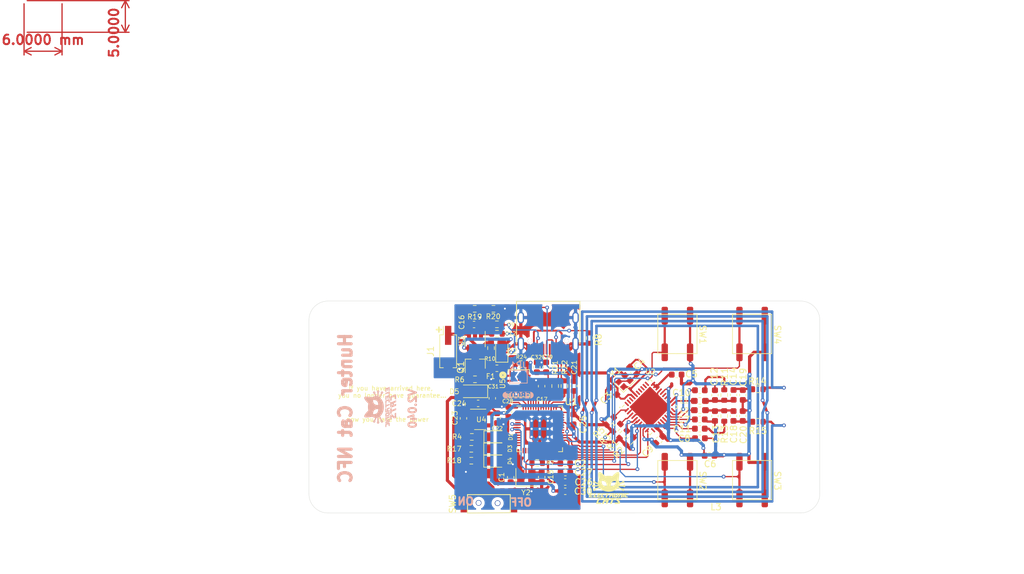
<source format=kicad_pcb>
(kicad_pcb (version 20211014) (generator pcbnew)
  (title_block (title "Hunter Cat NFC") (date "2022-06-29") (rev "v2,0") (company "Electronic Cats") (comment 1 "Eduardo Contreras"))
  (layers (0 "F.Cu" signal) (31 "B.Cu" signal) (34 "B.Paste" user) (35 "F.Paste" user) (36 "B.SilkS" user "B.Silkscreen") (37 "F.SilkS" user "F.Silkscreen") (38 "B.Mask" user) (39 "F.Mask" user) (44 "Edge.Cuts" user))
  (net 0 "")
  (net 1 "GND")
  (net 2 "+3V3")
  (net 3 "Net-(C3-Pad1)")
  (net 4 "Net-(C5-Pad1)")
  (net 5 "Net-(C7-Pad1)")
  (net 6 "Net-(C8-Pad1)")
  (net 7 "+BATT")
  (net 8 "/RXP")
  (net 9 "Net-(C10-Pad1)")
  (net 10 "/RXN")
  (net 11 "Net-(C11-Pad1)")
  (net 12 "Net-(C12-Pad1)")
  (net 13 "Net-(C13-Pad2)")
  (net 14 "Net-(C14-Pad1)")
  (net 15 "VBUS")
  (net 16 "/LED1")
  (net 17 "Net-(D1-Pad1)")
  (net 18 "Net-(D2-Pad1)")
  (net 19 "/LED2")
  (net 20 "Net-(D3-Pad1)")
  (net 21 "/LED3")
  (net 22 "Net-(D4-Pad1)")
  (net 23 "/ADR1")
  (net 24 "/ADR0")
  (net 25 "/TX1")
  (net 26 "/TX2")
  (net 27 "Net-(L3-Pad1)")
  (net 28 "Net-(L3-Pad2)")
  (net 29 "/SDA")
  (net 30 "/SCL")
  (net 31 "Net-(P1-PadA5)")
  (net 32 "Net-(P1-PadB5)")
  (net 33 "Net-(R10-Pad1)")
  (net 34 "Net-(R12-Pad1)")
  (net 35 "/B_ADC")
  (net 36 "/SWDIO")
  (net 37 "/SWCLK")
  (net 38 "/D+")
  (net 39 "/D-")
  (net 40 "/IRQ")
  (net 42 "/VEN")
  (net 43 "Net-(C4-Pad1)")
  (net 44 "Net-(F1-Pad1)")
  (net 45 "/GPIO")
  (net 46 "Net-(C23-Pad1)")
  (net 47 "/RST")
  (net 49 "Net-(C18-Pad1)")
  (net 50 "/GPIO1")
  (net 51 "/GPIO2")
  (net 53 "Net-(D5-Pad1)")
  (net 54 "Net-(C1-Pad1)")
  (net 55 "+1V2")
  (net 56 "Net-(C15-Pad1)")
  (net 57 "Net-(R7-Pad2)")
  (net 58 "/RD+")
  (net 59 "/RD-")
  (net 60 "/QSPI_CS")
  (net 73 "/QSPI_DATA3")
  (net 74 "/QSPI_SCK")
  (net 75 "/QSPI_DATA0")
  (net 76 "/QSPI_DATA2")
  (net 77 "/QSPI_DATA1")
  (footprint "Connectors:C393939" (layer "F.Cu") (at 117.79 82.27 180)
    (fp_text reference "P1")
    (fp_text value "USB_C_Plug_USB2.0")
  )
  (footprint "Resistor_SMD:R_0603_1608Metric" (layer "F.Cu") (at 150.92 94.58 180)
    (fp_text reference "R15")
    (fp_text value "3.24R")
  )
  (footprint "Package_TO_SOT_SMD:SOT-23-5" (layer "F.Cu") (at 107.05 94.2)
    (fp_text reference "U4")
    (fp_text value "AP2112K-3.3")
  )
  (footprint "Resistor_SMD:R_0603_1608Metric" (layer "F.Cu") (at 106.185 76.72)
    (fp_text reference "R19")
    (fp_text value "100K")
  )
  (footprint "Resistor_SMD:R_0603_1608Metric" (layer "F.Cu") (at 105.645 98.85 180)
    (fp_text reference "R17")
    (fp_text value "330")
  )
  (footprint "Resistor_SMD:R_0603_1608Metric" (layer "F.Cu") (at 150.91 89.44 180)
    (fp_text reference "R14")
    (fp_text value "3.24R")
  )
  (footprint "Resistor_SMD:R_0603_1608Metric" (layer "F.Cu") (at 109.695 79.17)
    (fp_text reference "R9")
    (fp_text value "5k1")
  )
  (footprint "Resistor_SMD:R_0603_1608Metric" (layer "F.Cu") (at 109.7 80.66)
    (fp_text reference "R12")
    (fp_text value "1K")
  )
  (footprint "Resistor_SMD:R_0603_1608Metric" (layer "F.Cu") (at 145.6 90.35 -90)
    (fp_text reference "R11")
    (fp_text value "2k2")
  )
  (footprint "Resistor_SMD:R_0603_1608Metric" (layer "F.Cu") (at 124.35 81.35 90)
    (fp_text reference "R8")
    (fp_text value "5k1")
  )
  (footprint "Resistor_SMD:R_0603_1608Metric" (layer "F.Cu") (at 105.73 96.97 180)
    (fp_text reference "R4")
    (fp_text value "330")
  )
  (footprint "LED_SMD:LED_0805_2012Metric_Pad1.15x1.40mm_HandSolder" (layer "F.Cu") (at 109.5 96.97)
    (fp_text reference "D1")
    (fp_text value "LED")
  )
  (footprint "Fuse:Fuse_0603_1608Metric_Pad1.05x0.95mm_HandSolder" (layer "F.Cu") (at 109.69 86.12 180)
    (fp_text reference "F1")
    (fp_text value "0.5A")
  )
  (footprint "Capacitor_SMD:C_0603_1608Metric" (layer "F.Cu") (at 106.08 79.2)
    (fp_text reference "C16")
    (fp_text value "10uF")
  )
  (footprint "Capacitor_SMD:C_0603_1608Metric" (layer "F.Cu") (at 135.34 97.43 -135)
    (fp_text reference "C9")
    (fp_text value "100nF")
  )
  (footprint "Capacitor_SMD:C_0603_1608Metric" (layer "F.Cu") (at 148.53 90.35 -90)
    (fp_text reference "C19")
    (fp_text value "120pF")
  )
  (footprint "Capacitor_SMD:C_0603_1608Metric" (layer "F.Cu") (at 141.74 95.67 180)
    (fp_text reference "C11")
    (fp_text value "1nF/16V")
  )
  (footprint "Diode_SMD:D_SOD-123F" (layer "F.Cu") (at 106.0325 89.76 180)
    (fp_text reference "D5")
    (fp_text value "MBR120")
  )
  (footprint "LED_SMD:LED_0805_2012Metric_Pad1.15x1.40mm_HandSolder" (layer "F.Cu") (at 110.46 83.3 90)
    (fp_text reference "D2")
    (fp_text value "LED")
  )
  (footprint "Inductor_SMD:L_0603_1608Metric_Pad1.05x0.95mm_HandSolder" (layer "F.Cu") (at 141.745 91.28)
    (fp_text reference "L1")
    (fp_text value "160nH")
  )
  (footprint "Capacitor_SMD:C_0603_1608Metric" (layer "F.Cu") (at 106.725 91.67 180)
    (fp_text reference "C24")
    (fp_text value "10uF")
  )
  (footprint "Capacitor_SMD:C_0603_1608Metric" (layer "F.Cu") (at 144.13 93.67 90)
    (fp_text reference "C13")
    (fp_text value "680pF")
  )
  (footprint "Capacitor_SMD:C_0603_1608Metric" (layer "F.Cu") (at 141.74 94.21)
    (fp_text reference "C7")
    (fp_text value "100nF")
  )
  (footprint "Resistor_SMD:R_0603_1608Metric" (layer "F.Cu") (at 145.6 93.665 -90)
    (fp_text reference "R13")
    (fp_text value "2k2")
  )
  (footprint "Inductor_SMD:L_0603_1608Metric_Pad1.05x0.95mm_HandSolder" (layer "F.Cu") (at 141.75 92.75 180)
    (fp_text reference "L2")
    (fp_text value "160nH")
  )
  (footprint "Capacitor_SMD:C_0603_1608Metric" (layer "F.Cu") (at 144.13 90.365 90)
    (fp_text reference "C12")
    (fp_text value "680pF")
  )
  (footprint "Capacitor_SMD:C_0603_1608Metric" (layer "F.Cu") (at 141.75 89.6 180)
    (fp_text reference "C10")
    (fp_text value "1nF/16V")
  )
  (footprint "Capacitor_SMD:C_0603_1608Metric" (layer "F.Cu") (at 141.76 97.19)
    (fp_text reference "C8")
    (fp_text value "1uF")
  )
  (footprint "Package_DFN_QFN:QFN-40-1EP_6x6mm_P0.5mm_EP4.6x4.6mm" (layer "F.Cu") (at 133.87 92.25 45)
    (fp_text reference "U2")
    (fp_text value "PN7150B0HN_C11002E-PN7150B0HN_C11002E")
  )
  (footprint "Capacitor_SMD:C_0603_1608Metric" (layer "F.Cu") (at 138.08 87.12)
    (fp_text reference "C5")
    (fp_text value "1uF")
  )
  (footprint "Capacitor_SMD:C_0603_1608Metric" (layer "F.Cu") (at 131.21 86.48 -45)
    (fp_text reference "C4")
    (fp_text value "10pF")
  )
  (footprint "Capacitor_SMD:C_0603_1608Metric" (layer "F.Cu") (at 128.08 89.73 135)
    (fp_text reference "C3")
    (fp_text value "10pF")
  )
  (footprint "Resistor_SMD:R_0603_1608Metric" (layer "F.Cu") (at 127.561282 94.458718 -135)
    (fp_text reference "R5")
    (fp_text value "100K")
  )
  (footprint "Resistor_SMD:R_0603_1608Metric" (layer "F.Cu") (at 129.641282 96.568718 45)
    (fp_text reference "R1")
    (fp_text value "10K")
  )
  (footprint "Resistor_SMD:R_0603_1608Metric" (layer "F.Cu") (at 130.67 97.61 45)
    (fp_text reference "R2")
    (fp_text value "10K")
  )
  (footprint "Resistor_SMD:R_0603_1608Metric" (layer "F.Cu") (at 128.6 95.52 -135)
    (fp_text reference "R3")
    (fp_text value "100K")
  )
  (footprint "Capacitor_SMD:C_0603_1608Metric" (layer "F.Cu") (at 143.28 99.95)
    (fp_text reference "C6")
    (fp_text value "1uF")
  )
  (footprint "Capacitor_SMD:C_0603_1608Metric" (layer "F.Cu") (at 148.52 93.665 -90)
    (fp_text reference "C20")
    (fp_text value "120pF")
  )
  (footprint "Capacitor_SMD:C_0603_1608Metric" (layer "F.Cu") (at 147.06 93.665 90)
    (fp_text reference "C18")
    (fp_text value "100pF/50V")
  )
  (footprint "Capacitor_SMD:C_0603_1608Metric" (layer "F.Cu") (at 104.41 94.04 -90)
    (fp_text reference "C23")
    (fp_text value "10uF")
  )
  (footprint "LED_SMD:LED_0805_2012Metric_Pad1.15x1.40mm_HandSolder" (layer "F.Cu") (at 109.475 98.85)
    (fp_text reference "D3")
    (fp_text value "LED")
  )
  (footprint "Capacitor_SMD:C_0603_1608Metric" (layer "F.Cu") (at 147.07 90.33 -90)
    (fp_text reference "C14")
    (fp_text value "100pF/50V")
  )
  (footprint "Package_TO_SOT_SMD:SOT-23" (layer "F.Cu") (at 106.27 85.43 90)
    (fp_text reference "Q1")
    (fp_text value "DMG3415U-7")
  )
  (footprint "Resistor_SMD:R_0603_1608Metric" (layer "F.Cu") (at 106.225 87.86)
    (fp_text reference "R6")
    (fp_text value "100K")
  )
  (footprint "MountingHole:MountingHole_2.2mm_M2" (layer "F.Cu") (at 83 78.5)
    (fp_text reference "H1")
    (fp_text value "MountingHole")
  )
  (footprint "MountingHole:MountingHole_2.2mm_M2" (layer "F.Cu") (at 83 106)
    (fp_text reference "H2")
    (fp_text value "MountingHole")
  )
  (footprint "MountingHole:MountingHole_2.2mm_M2" (layer "F.Cu") (at 157.69 78.5)
    (fp_text reference "H3")
    (fp_text value "MountingHole")
  )
  (footprint "MountingHole:MountingHole_2.2mm_M2" (layer "F.Cu") (at 157.69 105.99)
    (fp_text reference "H4")
    (fp_text value "MountingHole")
  )
  (footprint "Aesthetics:electronic_cats_logo_4x3" (layer "F.Cu") (at 127.35 105.05)
    (fp_text reference "G***" hide)
    (fp_text value "LOGO" hide)
  )
  (footprint "hunter-cat-nfc:Micro_interruptor_SPDT" (layer "F.Cu") (at 104.55 108.8 90)
    (fp_text reference "SW5")
    (fp_text value "ON")
  )
  (footprint "Resistor_SMD:R_0603_1608Metric" (layer "F.Cu") (at 105.645 100.73 180)
    (fp_text reference "R18")
    (fp_text value "330")
  )
  (footprint "LED_SMD:LED_0805_2012Metric_Pad1.15x1.40mm_HandSolder" (layer "F.Cu") (at 109.475 100.8)
    (fp_text reference "D4")
    (fp_text value "LED")
  )
  (footprint "Resistor_SMD:R_0603_1608Metric" (layer "F.Cu") (at 108.76 82.93 -90)
    (fp_text reference "R10")
    (fp_text value "4.7K")
  )
  (footprint "Package_TO_SOT_SMD:SOT-23-5" (layer "F.Cu") (at 106.23 81.83 -90)
    (fp_text reference "U3")
    (fp_text value "MCP73831-3-OT")
  )
  (footprint "Connector_PinSocket_2.54mm:PinSocket_2x01_P2.54mm_Vertical_SMD" (layer "F.Cu") (at 101.99 83.44 90)
    (fp_text reference "J1")
    (fp_text value "Battery")
  )
  (footprint "Crystal:Crystal_SMD_2016-4Pin_2.0x1.6mm" (layer "F.Cu") (at 129.82 88.16 45)
    (fp_text reference "Y1")
    (fp_text value "27.12Mhz")
  )
  (footprint "hunter-cat-nfc:KSC941JLFS" (layer "F.Cu") (at 138.2 103.8 -90)
    (fp_text reference "SW2")
    (fp_text value "GPIO")
  )
  (footprint "Resistor_SMD:R_0603_1608Metric" (layer "F.Cu") (at 120.36 88.93 -90)
    (fp_text reference "R22")
    (fp_text value "27")
  )
  (footprint "Capacitor_SMD:C_0603_1608Metric" (layer "F.Cu") (at 116.76 103.315 -90)
    (fp_text reference "C15")
    (fp_text value "27pF")
  )
  (footprint "Resistor_SMD:R_0603_1608Metric" (layer "F.Cu") (at 113.44 85.45 180)
    (fp_text reference "R24")
    (fp_text value "10K")
  )
  (footprint "Capacitor_SMD:C_0603_1608Metric" (layer "F.Cu") (at 108.97 90.87 90)
    (fp_text reference "C31")
    (fp_text value "0.1uF")
  )
  (footprint "Capacitor_SMD:C_0603_1608Metric" (layer "F.Cu") (at 120.48 104.11)
    (fp_text reference "C26")
    (fp_text value "0.1uF")
  )
  (footprint "Capacitor_SMD:C_0603_1608Metric" (layer "F.Cu") (at 120.505 102.61)
    (fp_text reference "C27")
    (fp_text value "0.1uF")
  )
  (footprint "Capacitor_SMD:C_0603_1608Metric" (layer "F.Cu") (at 111.86 103.345 90)
    (fp_text reference "C1")
    (fp_text value "27pF")
  )
  (footprint "Capacitor_SMD:C_0603_1608Metric" (layer "F.Cu") (at 109.72 94.005 -90)
    (fp_text reference "C22")
    (fp_text value "1uF")
  )
  (footprint "Capacitor_SMD:C_0603_1608Metric" (layer "F.Cu") (at 121.84 88.93 90)
    (fp_text reference "C21")
    (fp_text value "0.1uF")
  )
  (footprint "Capacitor_SMD:C_0603_1608Metric" (layer "F.Cu") (at 116 85.965 90)
    (fp_text reference "C32")
    (fp_text value "0.1uF")
  )
  (footprint "RP2040:RP2040-QFN-56" (layer "F.Cu") (at 116.45 95.7)
    (fp_text reference "U1")
    (fp_text value "RP2040")
  )
  (footprint "Capacitor_SMD:C_0603_1608Metric" (layer "F.Cu") (at 120.485 105.57)
    (fp_text reference "C30")
    (fp_text value "0.1uF")
  )
  (footprint "hunter-cat-nfc:KSC941JLFS" (layer "F.Cu") (at 150 103.8 -90)
    (fp_text reference "SW3")
    (fp_text value "GPIO1")
  )
  (footprint "hunter-cat-nfc:KSC941JLFS" (layer "F.Cu") (at 150 80.7 -90)
    (fp_text reference "SW4")
    (fp_text value "GPIO2")
  )
  (footprint "Capacitor_SMD:C_0603_1608Metric" (layer "F.Cu") (at 116.75 88.95 90)
    (fp_text reference "C17")
    (fp_text value "0.1uF")
  )
  (footprint "Resistor_SMD:R_0603_1608Metric" (layer "F.Cu") (at 109.145 76.72)
    (fp_text reference "R20")
    (fp_text value "100K")
  )
  (footprint "Resistor_SMD:R_0603_1608Metric" (layer "F.Cu") (at 118.89 88.93 -90)
    (fp_text reference "R21")
    (fp_text value "27")
  )
  (footprint "Capacitor_SMD:C_0603_1608Metric" (layer "F.Cu") (at 121.78 94.2 90)
    (fp_text reference "C25")
    (fp_text value "0.1uF")
  )
  (footprint "Capacitor_SMD:C_0603_1608Metric" (layer "F.Cu") (at 117.46 85.965 90)
    (fp_text reference "C29")
    (fp_text value "0.1uF")
  )
  (footprint "hunter-cat-nfc:KSC941JLFS" (layer "F.Cu") (at 138.2 80.7 -90)
    (fp_text reference "SW1")
    (fp_text value "RESET")
  )
  (footprint "Resistor_SMD:R_0603_1608Metric" (layer "F.Cu") (at 116.055 101.09)
    (fp_text reference "R7")
    (fp_text value "1K")
  )
  (footprint "Crystal:Crystal_SMD_2520-4Pin_2.5x2.0mm" (layer "F.Cu") (at 114.335 103.36)
    (fp_text reference "Y2")
    (fp_text value "12Mhz")
  )
  (footprint "Capacitor_SMD:C_0603_1608Metric" (layer "F.Cu") (at 111.53 93.02 90)
    (fp_text reference "C28")
    (fp_text value "0.1uF")
  )
  (footprint "Capacitor_SMD:C_0603_1608Metric" (layer "F.Cu") (at 120.485 101.16)
    (fp_text reference "C2")
    (fp_text value "1uF")
  )
  (footprint "hunter-cat-nfc:W25Q16JVUUIQ" (layer "F.Cu") (at 113.15 88.5)
    (fp_text reference "U5")
    (fp_text value "W25Q16JV")
  )
  (footprint "hunter-cat-nfc:NFC-antenna30.4x30.4mm" (layer "B.Cu") (at 138.16 92.17 180)
    (fp_text reference "L3")
    (fp_text value "L")
  )
  (footprint "Aesthetics:electronic_cats_logo_4x3" (layer "B.Cu") (at 91.25 92.25 -90)
    (fp_text reference "G***" hide)
    (fp_text value "LOGO" hide)
  )
  (footprint "kibuzzard-62BD092C" (layer "B.Cu") (at 113.04 90.37 180)
    (fp_text reference "kibuzzard-62BD092C" hide)
    (fp_text value "G***" hide)
  )
  (footprint "Jumper:SolderJumper-2_P1.3mm_Open_TrianglePad1.0x1.5mm" (layer "B.Cu") (at 113.08 87.46 180)
    (fp_text reference "JP1")
    (fp_text value "BOOT")
  )
  (gr_arc (start 160.69 105.99) (mid 159.81132 108.11132) (end 157.69 108.99) (layer "Edge.Cuts") (width 0.05))
  (gr_line (start 80 106) (end 80 78.5) (layer "Edge.Cuts") (width 0.05))
  (gr_line (start 157.69 108.99) (end 83 109) (layer "Edge.Cuts") (width 0.05))
  (gr_arc (start 157.69 75.5) (mid 159.81132 76.37868) (end 160.69 78.5) (layer "Edge.Cuts") (width 0.05))
  (gr_line (start 160.69 78.5) (end 160.69 105.99) (layer "Edge.Cuts") (width 0.05))
  (gr_arc (start 83 109) (mid 80.87868 108.12132) (end 80 106) (layer "Edge.Cuts") (width 0.05))
  (gr_line (start 83 75.5) (end 157.69 75.5) (layer "Edge.Cuts") (width 0.05))
  (gr_arc (start 80 78.5) (mid 80.87868 76.37868) (end 83 75.5) (layer "Edge.Cuts") (width 0.05))
  (gr_text "OFF" (at 113.52 107.32) (layer "B.SilkS") (effects (font (size 1.2 1.2) (thickness 0.3)) (justify mirror)))
  (gr_text "ON" (at 104.75 107.16) (layer "B.SilkS") (effects (font (size 1.2 1.2) (thickness 0.3)) (justify mirror)))
  (gr_text "V2.040" (at 96.37 92.52 90) (layer "B.SilkS") (effects (font (size 1.2 1.2) (thickness 0.3)) (justify mirror)))
  (gr_text "Hunter Cat NFC" (at 85.76 92.44 90) (layer "B.SilkS") (effects (font (size 2 2) (thickness 0.5)) (justify mirror)))
  (gr_text "." (at 129.1 92.03) (layer "F.SilkS") (effects (font (size 0.7 0.7) (thickness 0.12))))
  (gr_text "If you have arrived here, \nyou no longer have guarantee…" (at 93.18 89.85) (layer "F.SilkS") (effects (font (size 0.7 0.7) (thickness 0.12))))
  (gr_text "now you have the power" (at 92.41 94.2) (layer "F.SilkS") (effects (font (size 0.7 0.7) (thickness 0.12))))
  (gr_text "+" (at 100.53 79.94) (layer "F.SilkS") (effects (font (size 1 1) (thickness 0.25)) (justify mirror)))
  (dimension (type aligned) (layer "F.Cu") (pts (xy 35 28) (xy 35 33)) (height -16) (gr_text "5.0000 mm" (at 49.2 30.5 90) (layer "F.Cu") (effects (font (size 1.5 1.5) (thickness 0.3)))) (format (units 3) (units_format 1) (precision 4)) (style (thickness 0.2) (arrow_length 1.27) (text_position_mode 0) (extension_height 0.58642) (extension_offset 0.5) keep_text_aligned))
  (dimension (type aligned) (layer "F.Cu") (pts (xy 35 28) (xy 41 28)) (height 8) (gr_text "6.0000 mm" (at 38 34.2) (layer "F.Cu") (effects (font (size 1.5 1.5) (thickness 0.3)))) (format (units 3) (units_format 1) (precision 4)) (style (thickness 0.2) (arrow_length 1.27) (text_position_mode 0) (extension_height 0.58642) (extension_offset 0.5) keep_text_aligned))
  (segment (start 133.030311 95.564563) (end 132.779672 95.815202) (width 0.2) (layer "F.Cu") (net 1))
  (segment (start 121.84 88.155) (end 121.84 87.6) (width 0.5) (layer "F.Cu") (net 1))
  (segment (start 112.22015 89.70015) (end 112.73 90.21) (width 0.2) (layer "F.Cu") (net 1))
  (segment (start 106.885 79.17) (end 106.855 79.2) (width 0.5) (layer "F.Cu") (net 1))
  (segment (start 152 77.8) (end 152 83.6) (width 0.35) (layer "F.Cu") (net 1))
  (segment (start 132.779672 96.775398) (end 132.979652 96.975378) (width 0.2) (layer "F.Cu") (net 1))
  (segment (start 133.030311 95.564563) (end 133.030311 95.549689) (width 0.2) (layer "F.Cu") (net 1))
  (segment (start 134.541282 97.801282) (end 134.14 97.4) (width 0.25) (layer "F.Cu") (net 1))
  (segment (start 149.605 91.225) (end 149.61 91.23) (width 0.35) (layer "F.Cu") (net 1))
  (segment (start 131.48 92.25) (end 131.08 92.65) (width 0.2) (layer "F.Cu") (net 1))
  (segment (start 137.524874 93.43) (end 138.272358 93.43) (width 0.25) (layer "F.Cu") (net 1))
  (segment (start 106.23 79.925) (end 106.955 79.2) (width 0.5) (layer "F.Cu") (net 1))
  (segment (start 151.9 101) (end 152 100.9) (width 0.5) (layer "F.Cu") (net 1))
  (segment (start 115.45 97.25) (end 115.175 96.975) (width 0.2) (layer "F.Cu") (net 1))
  (segment (start 105.95 91.67) (end 105.41 91.67) (width 0.5) (layer "F.Cu") (net 1))
  (segment (start 145.71 99.95) (end 145.72 99.96) (width 0.25) (layer "F.Cu") (net 1))
  (segment (start 122.11 82.27) (end 124.305 82.27) (width 0.5) (layer "F.Cu") (net 1))
  (segment (start 135.416796 89.642544) (end 135.416796 89.643204) (width 0.2) (layer "F.Cu") (net 1))
  (segment (start 109.72 94.78) (end 110.53 94.78) (width 0.2) (layer "F.Cu") (net 1))
  (segment (start 126.942564 95.077436) (end 126.942564 95.1) (width 0.5) (layer "F.Cu") (net 1))
  (segment (start 129.257282 88.150256) (end 129.267026 88.16) (width 0.2) (layer "F.Cu") (net 1))
  (segment (start 135.416796 89.643204) (end 135.08 89.98) (width 0.2) (layer "F.Cu") (net 1))
  (segment (start 144.13 94.545) (end 142.95 94.545) (width 0.35) (layer "F.Cu") (net 1))
  (segment (start 148.52 92.79) (end 148.52 91.225) (width 0.35) (layer "F.Cu") (net 1))
  (segment (start 121.285 83.095) (end 122.11 82.27) (width 0.5) (layer "F.Cu") (net 1))
  (segment (start 114.59 83.095) (end 114.295 83.095) (width 0.2) (layer "F.Cu") (net 1))
  (segment (start 116.73 85.19) (end 116.74 85.2) (width 0.2) (layer "F.Cu") (net 1))
  (segment (start 109.511621 83.178379) (end 111.533689 83.178379) (width 0.25) (layer "F.Cu") (net 1))
  (segment (start 129.267026 88.16) (end 130.732462 88.16) (width 0.2) (layer "F.Cu") (net 1))
  (segment (start 140.2 83.6) (end 140.2 77.8) (width 0.35) (layer "F.Cu") (net 1))
  (segment (start 132.979652 96.975378) (end 132.979652 97.331581) (width 0.2) (layer "F.Cu") (net 1))
  (segment (start 140.2 83.6) (end 140.2 85.3) (width 0.35) (layer "F.Cu") (net 1))
  (segment (start 112.21 101.3) (end 113.46 101.8395) (width 0.5) (layer "F.Cu") (net 1))
  (segment (start 149.62 92.79) (end 149.63 92.78) (width 0.35) (layer "F.Cu") (net 1))
  (segment (start 103.44 85.96) (end 103.82 86.34) (width 0.5) (layer "F.Cu") (net 1))
  (segment (start 131.262544 93.796796) (end 131.262544 93.777456) (width 0.2) (layer "F.Cu") (net 1))
  (segment (start 149.51 99.61) (end 149.5 99.62) (width 0.5) (layer "F.Cu") (net 1))
  (segment (start 131.793744 87.098718) (end 130.748528 88.143934) (width 0.25) (layer "F.Cu") (net 1))
  (segment (start 140.2 100.9) (end 140.2 106.7) (width 0.35) (layer "F.Cu") (net 1))
  (segment (start 135.08 89.98) (end 135.08 91.04) (width 0.2) (layer "F.Cu") (net 1))
  (segment (start 127.981282 96.138718) (end 127.692566 96.138718) (width 0.25) (layer "F.Cu") (net 1))
  (segment (start 126.88 91.3) (end 127.01 91.43) (width 0.25) (layer "F.Cu") (net 1))
  (segment (start 145.43 99.95) (end 145.57 99.81) (width 0.5) (layer "F.Cu") (net 1))
  (segment (start 111.53 92.245) (end 110.545 92.245) (width 0.2) (layer "F.Cu") (net 1))
  (segment (start 131.262544 93.777456) (end 131.59 93.45) (width 0.2) (layer "F.Cu") (net 1))
  (segment (start 108.77 87.86) (end 108.78 87.85) (width 0.35) (layer "F.Cu") (net 1))
  (segment (start 131.828718 87.098718) (end 131.828718 87.041282) (width 0.25) (layer "F.Cu") (net 1))
  (segment (start 140.16 88.58) (end 140.66 88.08) (width 0.5) (layer "F.Cu") (net 1))
  (segment (start 110.53 94.78) (end 110.72 94.97) (width 0.2) (layer "F.Cu") (net 1))
  (segment (start 130.560311 93.089689) (end 131 92.65) (width 0.2) (layer "F.Cu") (net 1))
  (segment (start 142.95 94.545) (end 142.615 94.21) (width 0.35) (layer "F.Cu") (net 1))
  (segment (start 140.2 85.3) (end 140.3 85.4) (width 0.35) (layer "F.Cu") (net 1))
  (segment (start 121.84 87.6) (end 122.58 86.86) (width 0.5) (layer "F.Cu") (net 1))
  (segment (start 142.635 97.19) (end 143.8 97.19) (width 0.25) (layer "F.Cu") (net 1))
  (segment (start 127.692566 96.138718) (end 126.780285 97.050999) (width 0.25) (layer "F.Cu") (net 1))
  (segment (start 121.78 92.73) (end 122.15 92.36) (width 0.2) (layer "F.Cu") (net 1))
  (segment (start 126.977919 95.042081) (end 123.602081 95.042081) (width 0.5) (layer "F.Cu") (net 1))
  (segment (start 144.13 89.49) (end 144.13 88.605) (width 0.25) (layer "F.Cu") (net 1))
  (segment (start 106.23 80.73) (end 106.23 79.925) (width 0.5) (layer "F.Cu") (net 1))
  (segment (start 152 100.9) (end 152 106.7) (width 0.35) (layer "F.Cu") (net 1))
  (segment (start 115.45 99.1375) (end 115.45 97.25) (width 0.2) (layer "F.Cu") (net 1))
  (segment (start 133.87 92.25) (end 131.48 92.25) (width 0.2) (layer "F.Cu") (net 1))
  (segment (start 122.58 86.86) (end 127.31 86.86) (width 0.5) (layer "F.Cu") (net 1))
  (segment (start 144.13 88.605) (end 144.1 88.575) (width 0.25) (layer "F.Cu") (net 1))
  (segment (start 130.742206 88.150256) (end 130.748528 88.143934) (width 0.35) (layer "F.Cu") (net 1))
  (segment (start 121.985 93.425) (end 121.78 93.425) (width 0.5) (layer "F.Cu") (net 1))
  (segment (start 115.45 99.1375) (end 115.45 97.57) (width 0.2) (layer "F.Cu") (net 1))
  (segment (start 115.45 97.57) (end 115.36 97.48) (width 0.2) (layer "F.Cu") (net 1))
  (segment (start 120.99 83.095) (end 121.285 83.095) (width 0.5) (layer "F.Cu") (net 1))
  (segment (start 133.87 92.25) (end 133.87 91.12) (width 0.2) (layer "F.Cu") (net 1))
  (segment (start 127.501282 88.941282) (end 126.88 89.562564) (width 0.25) (layer "F.Cu") (net 1))
  (segment (start 133.31 92.81) (end 133.87 92.25) (width 0.2) (layer "F.Cu") (net 1))
  (segment (start 126.19 94.324872) (end 126.942564 95.077436) (width 0.35) (layer "F.Cu") (net 1))
  (segment (start 108.76 83.93) (end 109.511621 83.178379) (width 0.25) (layer "F.Cu") (net 1))
  (segment (start 101.99 85.96) (end 103.44 85.96) (width 0.5) (layer "F.Cu") (net 1))
  (segment (start 112.442068 82.27) (end 113.47 82.27) (width 0.25) (layer "F.Cu") (net 1))
  (segment (start 149.5 99.62) (end 149.5 101) (width 0.5) (layer "F.Cu") (net 1))
  (segment (start 138.91 99.87) (end 138.85 99.81) (width 0.25) (layer "F.Cu") (net 1))
  (segment (start 106.855 78.245) (end 107.02 78.08) (width 0.5) (layer "F.Cu") (net 1))
  (segment (start 138.820011 92.882347) (end 139.12001 92.582348) (width 0.25) (layer "F.Cu") (net 1))
  (segment (start 149.6 87.1) (end 149.6 84.3) (width 0.5) (layer "F.Cu") (net 1))
  (segment (start 137.184563 93.089689) (end 137.524874 93.43) (width 0.25) (layer "F.Cu") (net 1))
  (segment (start 149.6 84.3) (end 150.3 83.6) (width 0.5) (layer "F.Cu") (net 1))
  (segment (start 140.2 100.9) (end 140.2 100.3) (width 0.5) (layer "F.Cu") (net 1))
  (segment (start 140.61 88.03) (end 140.66 88.08) (width 0.25) (layer "F.Cu") (net 1))
  (segment (start 150.3 83.6) (end 152 83.6) (width 0.5) (layer "F.Cu") (net 1))
  (segment (start 132.779672 95.815202) (end 132.779672 96.775398) (width 0.2) (layer "F.Cu") (net 1))
  (segment (start 138.86 99.8) (end 138.85 99.81) (width 0.5) (layer "F.Cu") (net 1))
  (segment (start 149.5 101) (end 151.9 101) (width 0.5) (layer "F.Cu") (net 1))
  (segment (start 131.59 93.45) (end 132.67 93.45) (width 0.2) (layer "F.Cu") (net 1))
  (segment (start 130.555437 93.089689) (end 130.560311 93.089689) (width 0.2) (layer "F.Cu") (net 1))
  (segment (start 110.92 76.72) (end 110.95 76.69) (width 0.5) (layer "F.Cu") (net 1))
  (segment (start 103.82 86.34) (end 103.82 86.32) (width 0.5) (layer "F.Cu") (net 1))
  (segment (start 131.828718 87.098718) (end 131.793744 87.098718) (width 0.25) (layer "F.Cu") (net 1))
  (segment (start 144.155 99.95) (end 145.43 99.95) (width 0.5) (layer "F.Cu") (net 1))
  (segment (start 105.15 91.93) (end 104.4 91.93) (width 0.5) (layer "F.Cu") (net 1))
  (segment (start 105.95 94.2) (end 105.025 94.2) (width 0.35) (layer "F.Cu") (net 1))
  (segment (start 138.845 88.58) (end 140.16 88.58) (width 0.5) (layer "F.Cu") (net 1))
  (segment (start 114.295 83.095) (end 113.47 82.27) (width 0.2) (layer "F.Cu") (net 1))
  (segment (start 138.845 88.58) (end 138.845 87.13) (width 0.5) (layer "F.Cu") (net 1))
  (segment (start 134.14 97.4) (end 134.14 97.467436) (width 0.5) (layer "F.Cu") (net 1))
  (segment (start 116 85.19) (end 116.73 85.19) (width 0.2) (layer "F.Cu") (net 1))
  (segment (start 104.82 100.73) (end 104.82 102.47) (width 0.5) (layer "F.Cu") (net 1))
  (segment (start 107.05 87.86) (end 108.77 87.86) (width 0.35) (layer "F.Cu") (net 1))
  (segment (start 134.14 97.467436) (end 134.721282 98.048718) (width 0.5) (layer "F.Cu") (net 1))
  (segment (start 148.52 92.79) (end 149.62 92.79) (width 0.35) (layer "F.Cu") (net 1))
  (segment (start 116.75 88.175) (end 116.025 88.175) (width 0.2) (layer "F.Cu") (net 1))
  (segment (start 111.7808 89.70015) (end 112.22015 89.70015) (width 0.2) (layer "F.Cu") (net 1))
  (segment (start 116.025 88.175) (end 115.87 88.02) (width 0.2) (layer "F.Cu") (net 1))
  (segment (start 126.942564 95.1) (end 127.981282 96.138718) (width 0.5) (layer "F.Cu") (net 1))
  (segment (start 105.025 94.2) (end 104.41 94.815) (width 0.35) (layer "F.Cu") (net 1))
  (segment (start 123.602081 95.042081) (end 121.985 93.425) (width 0.5) (layer "F.Cu") (net 1))
  (segment (start 132.67 93.45) (end 133.87 92.25) (width 0.2) (layer "F.Cu") (net 1))
  (segment (start 130.732462 88.16) (end 130.742206 88.150256) (width 0.2) (layer "F.Cu") (net 1))
  (segment (start 104.82 102.47) (end 104.79 102.5) (width 0.5) (layer "F.Cu") (net 1))
  (segment (start 111.533689 83.178379) (end 112.442068 82.27) (width 0.25) (layer "F.Cu") (net 1))
  (segment (start 126.19 94.16) (end 126.19 94.324872) (width 0.35) (layer "F.Cu") (net 1))
  (segment (start 126.88 89.562564) (end 126.88 91.3) (width 0.25) (layer "F.Cu") (net 1))
  (segment (start 104.4 91.93) (end 104.39 91.92) (width 0.5) (layer "F.Cu") (net 1))
  (segment (start 131.828718 87.041282) (end 132.61 86.26) (width 0.25) (layer "F.Cu") (net 1))
  (segment (start 148.52 91.225) (end 149.605 91.225) (width 0.35) (layer "F.Cu") (net 1))
  (segment (start 121.78 93.425) (end 121.78 92.73) (width 0.2) (layer "F.Cu") (net 1))
  (segment (start 110.545 92.245) (end 110.47 92.17) (width 0.2) (layer "F.Cu") (net 1))
  (segment (start 144.155 99.95) (end 145.71 99.95) (width 0.25) (layer "F.Cu") (net 1))
  (segment (start 113.46 101.8395) (end 113.46 102.66) (width 0.5) (layer "F.Cu") (net 1))
  (segment (start 115.21 105.52) (end 115.16 105.57) (width 0.5) (layer "F.Cu") (net 1))
  (segment (start 144.13 95.28) (end 144.35 95.5) (width 0.25) (layer "F.Cu") (net 1))
  (segment (start 106.855 79.2) (end 106.855 78.245) (width 0.5) (layer "F.Cu") (net 1))
  (segment (start 139.7 99.8) (end 138.86 99.8) (width 0.5) (layer "F.Cu") (net 1))
  (segment (start 105.41 91.67) (end 105.15 91.93) (width 0.5) (layer "F.Cu") (net 1))
  (segment (start 108.87 79.17) (end 106.885 79.17) (width 0.5) (layer "F.Cu") (net 1))
  (segment (start 135.08 91.04) (end 133.87 92.25) (width 0.2) (layer "F.Cu") (net 1))
  (segment (start 124.305 82.27) (end 124.35 82.225) (width 0.5) (layer "F.Cu") (net 1))
  (segment (start 109.97 76.72) (end 110.92 76.72) (width 0.5) (layer "F.Cu") (net 1))
  (segment (start 140.2 100.3) (end 139.7 99.8) (width 0.5) (layer "F.Cu") (net 1))
  (segment (start 138.845 87.13) (end 138.855 87.12) (width 0.5) (layer "F.Cu") (net 1))
  (segment (start 133.030311 95.549689) (end 133.31 95.27) (width 0.2) (layer "F.Cu") (net 1))
  (segment (start 138.272358 93.43) (end 138.820011 92.882347) (width 0.25) (layer "F.Cu") (net 1))
  (segment (start 115.21 104.06) (end 115.21 105.52) (width 0.5) (layer "F.Cu") (net 1))
  (segment (start 131.08 92.65) (end 131 92.65) (width 0.2) (layer "F.Cu") (net 1))
  (segment (start 143.8 97.19) (end 144.23 97.62) (width 0.25) (layer "F.Cu") (net 1))
  (segment (start 133.31 95.27) (end 133.31 92.81) (width 0.2) (layer "F.Cu") (net 1))
  (segment (start 103.82 86.32) (end 103.8 86.3) (width 0.5) (layer "F.Cu") (net 1))
  (segment (start 144.13 94.545) (end 144.13 95.28) (width 0.25) (layer "F.Cu") (net 1))
  (via (at 149.61 91.23) (size 0.6) (drill 0.3) (layers "F.Cu" "B.Cu") (net 1))
  (via (at 134.14 97.4) (size 0.6) (drill 0.3) (layers "F.Cu" "B.Cu") (net 1))
  (via (at 139.12001 92.582348) (size 0.6) (drill 0.3) (layers "F.Cu" "B.Cu") (net 1))
  (via (at 115.87 88.02) (size 0.6) (drill 0.3) (layers "F.Cu" "B.Cu") (net 1))
  (via (at 116.74 85.2) (size 0.6) (drill 0.3) (layers "F.Cu" "B.Cu") (net 1))
  (via (at 110.47 92.17) (size 0.6) (drill 0.3) (layers "F.Cu" "B.Cu") (net 1))
  (via (at 110.95 76.69) (size 0.6) (drill 0.3) (layers "F.Cu" "B.Cu") (net 1))
  (via (at 140.3 85.4) (size 0.6) (drill 0.3) (layers "F.Cu" "B.Cu") (net 1))
  (via (at 112.73 90.21) (size 0.6) (drill 0.3) (layers "F.Cu" "B.Cu") (net 1))
  (via (at 120.9 85.65) (size 0.6) (drill 0.3) (layers "F.Cu" "B.Cu") (net 1))
  (via (at 149.51 99.61) (size 0.6) (drill 0.3) (layers "F.Cu" "B.Cu") (net 1))
  (via (at 140.66 88.08) (size 0.6) (drill 0.3) (layers "F.Cu" "B.Cu") (net 1))
  (via (at 144.23 97.62) (size 0.6) (drill 0.3) (layers "F.Cu" "B.Cu") (net 1))
  (via (at 144.35 95.5) (size 0.6) (drill 0.3) (layers "F.Cu" "B.Cu") (net 1))
  (via (at 149.63 92.78) (size 0.6) (drill 0.3) (layers "F.Cu" "B.Cu") (net 1))
  (via (at 122.15 92.36) (size 0.6) (drill 0.3) (layers "F.Cu" "B.Cu") (net 1))
  (via (at 103.8 86.3) (size 0.6) (drill 0.3) (layers "F.Cu" "B.Cu") (net 1))
  (via (at 112.21 101.3) (size 0.6) (drill 0.3) (layers "F.Cu" "B.Cu") (net 1))
  (via (at 132.61 86.26) (size 0.6) (drill 0.3) (layers "F.Cu" "B.Cu") (net 1))
  (via (at 132.979652 97.331581) (size 0.6) (drill 0.3) (layers "F.Cu" "B.Cu") (net 1))
  (via (at 145.57 99.81) (size 0.6) (drill 0.3) (layers "F.Cu" "B.Cu") (net 1))
  (via (at 104.79 102.5) (size 0.6) (drill 0.3) (layers "F.Cu" "B.Cu") (net 1))
  (via (at 144.1 88.575) (size 0.6) (drill 0.3) (layers "F.Cu" "B.Cu") (net 1))
  (via (at 149.6 87.1) (size 0.6) (drill 0.3) (layers "F.Cu" "B.Cu") (net 1))
  (via (at 126.19 94.16) (size 0.6) (drill 0.3) (layers "F.Cu" "B.Cu") (net 1))
  (via (at 108.78 87.85) (size 0.6) (drill 0.3) (layers "F.Cu" "B.Cu") (net 1))
  (via (at 127.01 91.43) (size 0.6) (drill 0.3) (layers "F.Cu" "B.Cu") (net 1))
  (via (at 110.72 94.97) (size 0.6) (drill 0.3) (layers "F.Cu" "B.Cu") (net 1))
  (via (at 107.02 78.08) (size 0.6) (drill 0.3) (layers "F.Cu" "B.Cu") (net 1))
  (via (at 127.31 86.86) (size 0.6) (drill 0.3) (layers "F.Cu" "B.Cu") (net 1))
  (via (at 115.16 105.57) (size 0.6) (drill 0.3) (layers "F.Cu" "B.Cu") (net 1))
  (via (at 126.780285 97.050999) (size 0.6) (drill 0.3) (layers "F.Cu" "B.Cu") (net 1))
  (via (at 104.39 91.92) (size 0.6) (drill 0.3) (layers "F.Cu" "B.Cu") (net 1))
  (via (at 138.85 99.81) (size 0.6) (drill 0.3) (layers "F.Cu" "B.Cu") (net 1))
  (segment (start 149.51 92.9) (end 149.63 92.78) (width 0.5) (layer "B.Cu") (net 1))
  (segment (start 149.31 99.81) (end 149.51 99.61) (width 0.5) (layer "B.Cu") (net 1))
  (segment (start 139.12001 88.83999) (end 139.88 88.08) (width 0.3) (layer "B.Cu") (net 1))
  (segment (start 140.66 88.08) (end 140.66 87.065) (width 0.5) (layer "B.Cu") (net 1))
  (segment (start 116.45 95.7) (end 117.725 95.7) (width 0.5) (layer "B.Cu") (net 1))
  (segment (start 127.31 90) (end 127.31 91.13) (width 0.5) (layer "B.Cu") (net 1))
  (segment (start 148.955 88.575) (end 149.61 89.23) (width 0.5) (layer "B.Cu") (net 1))
  (segment (start 141.155 88.575) (end 140.66 88.08) (width 0.5) (layer "B.Cu") (net 1))
  (segment (start 140.635 86.26) (end 132.61 86.26) (width 0.5) (layer "B.Cu") (net 1))
  (segment (start 116.45 94.425) (end 116.45 96.975) (width 0.5) (layer "B.Cu") (net 1))
  (segment (start 134.14 97.4) (end 133.048071 97.4) (width 0.5) (layer "B.Cu") (net 1))
  (segment (start 127.31 91.13) (end 127.01 91.43) (width 0.5) (layer "B.Cu") (net 1))
  (segment (start 117.725 96.975) (end 117.725 94.365) (width 0.5) (layer "B.Cu") (net 1))
  (segment (start 138.85 99.81) (end 145.57 99.81) (width 0.5) (layer "B.Cu") (net 1))
  (segment (start 144.1 88.575) (end 141.155 88.575) (width 0.5) (layer "B.Cu") (net 1))
  (segment (start 144.73 99.81) (end 144.23 99.31) (width 0.5) (layer "B.Cu") (net 1))
  (segment (start 143.73 99.81) (end 144.23 99.31) (width 0.5) (layer "B.Cu") (net 1))
  (segment (start 133.048071 97.4) (end 132.979652 97.331581) (width 0.5) (layer "B.Cu") (net 1))
  (segment (start 149.51 99.61) (end 149.51 87.16) (width 0.5) (layer "B.Cu") (net 1))
  (segment (start 144.23 97.62) (end 144.23 95.62) (width 0.5) (layer "B.Cu") (net 1))
  (segment (start 140.66 85.76) (end 140.3 85.4) (width 0.5) (layer "B.Cu") (net 1))
  (segment (start 138.2 98.55) (end 138.85 99.2) (width 0.5) (layer "B.Cu") (net 1))
  (segment (start 149.51 88.02) (end 148.955 88.575) (width 0.5) (layer "B.Cu") (net 1))
  (segment (start 143.52 99.81) (end 143.73 99.81) (width 0.5) (layer "B.Cu") (net 1))
  (segment (start 127.31 93.68) (end 126.83 94.16) (width 0.5) (layer "B.Cu") (net 1))
  (segment (start 127.31 86.86) (end 127.31 90) (width 0.5) (layer "B.Cu") (net 1))
  (segment (start 115.175 94.425) (end 115.175 95.7) (width 0.5) (layer "B.Cu") (net 1))
  (segment (start 144.1 88.575) (end 148.955 88.575) (width 0.5) (layer "B.Cu") (net 1))
  (segment (start 134.14 97.4) (end 134.14 97.824264) (width 0.5) (layer "B.Cu") (net 1))
  (segment (start 115.175 95.7) (end 116.45 95.7) (width 0.5) (layer "B.Cu") (net 1))
  (segment (start 144.23 95.62) (end 144.35 95.5) (width 0.5) (layer "B.Cu") (net 1))
  (segment (start 127.64 86.26) (end 132.61 86.26) (width 0.5) (layer "B.Cu") (net 1))
  (segment (start 149.57 87.1) (end 149.51 87.16) (width 0.5) (layer "B.Cu") (net 1))
  (segment (start 143.52 99.81) (end 144.87 99.81) (width 0.5) (layer "B.Cu") (net 1))
  (segment (start 149.6 87.1) (end 149.57 87.1) (width 0.5) (layer "B.Cu") (net 1))
  (segment (start 134.14 97.824264) (end 134.865736 98.55) (width 0.5) (layer "B.Cu") (net 1))
  (segment (start 139.88 88.08) (end 140.66 88.08) (width 0.3) (layer "B.Cu") (net 1))
  (segment (start 127.31 86.86) (end 127.31 86.59) (width 0.5) (layer "B.Cu") (net 1))
  (segment (start 139.12001 92.582348) (end 139.12001 88.83999) (width 0.3) (layer "B.Cu") (net 1))
  (segment (start 149.63 91.25) (end 149.61 91.23) (width 0.5) (layer "B.Cu") (net 1))
  (segment (start 126.83 94.16) (end 126.19 94.16) (width 0.5) (layer "B.Cu") (net 1))
  (segment (start 140.66 87.065) (end 140.66 86.285) (width 0.5) (layer "B.Cu") (net 1))
  (segment (start 115.175 96.975) (end 115.175 94.425) (width 0.5) (layer "B.Cu") (net 1))
  (segment (start 117.856 94.294) (end 117.725 94.425) (width 0.5) (layer "B.Cu") (net 1))
  (segment (start 144.23 99.31) (end 144.23 97.62) (width 0.5) (layer "B.Cu") (net 1))
  (segment (start 140.66 86.285) (end 140.635 86.26) (width 0.5) (layer "B.Cu") (net 1))
  (segment (start 144.87 99.81) (end 149.31 99.81) (width 0.5) (layer "B.Cu") (net 1))
  (segment (start 149.51 99.61) (end 149.51 92.9) (width 0.5) (layer "B.Cu") (net 1))
  (segment (start 149.51 87.16) (end 149.51 88.02) (width 0.5) (layer "B.Cu") (net 1))
  (segment (start 138.85 99.81) (end 143.52 99.81) (width 0.5) (layer "B.Cu") (net 1))
  (segment (start 117.725 94.365) (end 117.856 94.234) (width 0.5) (layer "B.Cu") (net 1))
  (segment (start 140.66 87.065) (end 140.66 85.76) (width 0.5) (layer "B.Cu") (net 1))
  (segment (start 144.23 97.62) (end 144.23 98.47) (width 0.5) (layer "B.Cu") (net 1))
  (segment (start 127.31 90) (end 127.31 93.68) (width 0.5) (layer "B.Cu") (net 1))
  (segment (start 117.856 94.234) (end 117.856 94.294) (width 0.5) (layer "B.Cu") (net 1))
  (segment (start 149.61 89.23) (end 149.61 91.23) (width 0.5) (layer "B.Cu") (net 1))
  (segment (start 134.865736 98.55) (end 138.2 98.55) (width 0.5) (layer "B.Cu") (net 1))
  (segment (start 138.85 99.2) (end 138.85 99.81) (width 0.5) (layer "B.Cu") (net 1))
  (segment (start 149.61 87.09) (end 149.61 91.23) (width 0.5) (layer "B.Cu") (net 1))
  (segment (start 149.63 92.78) (end 149.63 91.25) (width 0.5) (layer "B.Cu") (net 1))
  (segment (start 127.31 86.59) (end 127.64 86.26) (width 0.5) (layer "B.Cu") (net 1))
  (segment (start 144.87 99.81) (end 144.73 99.81) (width 0.5) (layer "B.Cu") (net 1))
  (segment (start 126.180256 97.760499) (end 126.210256 97.760499) (width 0.5) (layer "F.Cu") (net 2))
  (segment (start 117.015228 100.319511) (end 117.539511 100.319511) (width 0.2) (layer "F.Cu") (net 2))
  (segment (start 117.76 103.64) (end 118.23 104.11) (width 0.35) (layer "F.Cu") (net 2))
  (segment (start 121.83 96.11) (end 121.83 95.025) (width 0.5) (layer "F.Cu") (net 2))
  (segment (start 142.405 99.95) (end 142.405 98.835) (width 0.25) (layer "F.Cu") (net 2))
  (segment (start 113.0125 93.1) (end 112.551415 93.1) (width 0.2) (layer "F.Cu") (net 2))
  (segment (start 119.71 105.57) (end 119.71 102.63) (width 0.5) (layer "F.Cu") (net 2))
  (segment (start 120.94 93.31) (end 120.94 94.52) (width 0.2) (layer "F.Cu") (net 2))
  (segment (start 117.75 100.53) (end 117.76 100.54) (width 0.35) (layer "F.Cu") (net 2))
  (segment (start 136.31 89.45) (end 136.72 89.45) (width 0.2) (layer "F.Cu") (net 2))
  (segment (start 126.150256 97.790499) (end 126.180256 97.760499) (width 0.5) (layer "F.Cu") (net 2))
  (segment (start 121.83 96.46) (end 121.83 96.11) (width 0.5) (layer "F.Cu") (net 2))
  (segment (start 117.78 89.841072) (end 117.78 88.58) (width 0.2) (layer "F.Cu") (net 2))
  (segment (start 117.46 86.74) (end 118.43 86.74) (width 0.2) (layer "F.Cu") (net 2))
  (segment (start 113.0125 96.7) (end 111.72 96.7) (width 0.2) (layer "F.Cu") (net 2))
  (segment (start 108.97 92.48) (end 109.72 93.23) (width 0.35) (layer "F.Cu") (net 2))
  (segment (start 117.05 92.2625) (end 117.05 90.571072) (width 0.2) (layer "F.Cu") (net 2))
  (segment (start 131.792874 94.503903) (end 131.237342 95.059435) (width 0.2) (layer "F.Cu") (net 2))
  (segment (start 117.78 88.58) (end 117.78 87.63) (width 0.2) (layer "F.Cu") (net 2))
  (segment (start 119.65 105.51) (end 119.71 105.57) (width 0.5) (layer "F.Cu") (net 2))
  (segment (start 134.709689 95.564563) (end 134.70969 95.564563) (width 0.2) (layer "F.Cu") (net 2))
  (segment (start 121.86 96.14) (end 121.83 96.11) (width 0.5) (layer "F.Cu") (net 2))
  (segment (start 126.210256 97.760499) (end 126.220256 97.750499) (width 0.5) (layer "F.Cu") (net 2))
  (segment (start 112.551415 93.1) (end 112.17 93.481415) (width 0.2) (layer "F.Cu") (net 2))
  (segment (start 107.65 92.75) (end 107.65 91.82) (width 0.35) (layer "F.Cu") (net 2))
  (segment (start 135.622842 96.222842) (end 134.892127 95.492127) (width 0.5) (layer "F.Cu") (net 2))
  (segment (start 129.022564 97.2) (end 130.051282 98.228718) (width 0.5) (layer "F.Cu") (net 2))
  (segment (start 112.17 93.481415) (end 112.17 93.5) (width 0.2) (layer "F.Cu") (net 2))
  (segment (start 121.85 96.9) (end 122.740499 97.790499) (width 0.5) (layer "F.Cu") (net 2))
  (segment (start 134.892127 95.382127) (end 135.063243 95.21101) (width 0.2) (layer "F.Cu") (net 2))
  (segment (start 111.72 96.7) (end 111.46 96.44) (width 0.2) (layer "F.Cu") (net 2))
  (segment (start 118.43 86.74) (end 118.46 86.77) (width 0.2) (layer "F.Cu") (net 2))
  (segment (start 111.46 96.44) (end 111.46 96.05) (width 0.2) (layer "F.Cu") (net 2))
  (segment (start 117.78 89.841072) (end 117.78 87.06) (width 0.2) (layer "F.Cu") (net 2))
  (segment (start 121.395 94.975) (end 121.78 94.975) (width 0.2) (layer "F.Cu") (net 2))
  (segment (start 142.405 98.835) (end 142.3 98.73) (width 0.25) (layer "F.Cu") (net 2))
  (segment (start 135.958718 96.811282) (end 136.527436 97.38) (width 0.5) (layer "F.Cu") (net 2))
  (segment (start 110.965 93.23) (end 111.53 93.795) (width 0.35) (layer "F.Cu") (net 2))
  (segment (start 107.65 91.82) (end 107.5 91.67) (width 0.35) (layer "F.Cu") (net 2))
  (segment (start 119.8875 92.5275) (end 119.8875 93.1) (width 0.2) (layer "F.Cu") (net 2))
  (segment (start 121.83 95.025) (end 121.78 94.975) (width 0.5) (layer "F.Cu") (net 2))
  (segment (start 126.819744 97.770499) (end 126.829744 97.770499) (width 0.5) (layer "F.Cu") (net 2))
  (segment (start 120.94 94.52) (end 121.395 94.975) (width 0.2) (layer "F.Cu") (net 2))
  (segment (start 111.875 93.795) (end 111.53 93.795) (width 0.2) (layer "F.Cu") (net 2))
  (segment (start 117.539511 100.319511) (end 117.75 100.53) (width 0.2) (layer "F.Cu") (net 2))
  (segment (start 108.945 91.67) (end 108.97 91.645) (width 0.35) (layer "F.Cu") (net 2))
  (segment (start 119.8875 93.1) (end 120.73 93.1) (width 0.2) (layer "F.Cu") (net 2))
  (segment (start 137.295 88.875) (end 136.8 89.37) (width 0.5) (layer "F.Cu") (net 2))
  (segment (start 116.65 99.1375) (end 116.65 99.954283) (width 0.2) (layer "F.Cu") (net 2))
  (segment (start 119.71 102.63) (end 119.73 102.61) (width 0.5) (layer "F.Cu") (net 2))
  (segment (start 118.59 105.51) (end 119.65 105.51) (width 0.5) (layer "F.Cu") (net 2))
  (segment (start 112.17 93.5) (end 111.875 93.795) (width 0.2) (layer "F.Cu") (net 2))
  (segment (start 130.706829 98.884265) (end 131.19999 98.884265) (width 0.2) (layer "F.Cu") (net 2))
  (segment (start 131.969651 94.503903) (end 131.792874 94.503903) (width 0.2) (layer "F.Cu") (net 2))
  (segment (start 111.46 96.05) (end 111.46 93.865) (width 0.35) (layer "F.Cu") (net 2))
  (segment (start 119.05 92.2625) (end 119.6225 92.2625) (width 0.2) (layer "F.Cu") (net 2))
  (segment (start 135.770349 89.989651) (end 136.31 89.45) (width 0.2) (layer "F.Cu") (net 2))
  (segment (start 114.5192 85.7042) (end 114.265 85.45) (width 0.35) (layer "F.Cu") (net 2))
  (segment (start 135.770349 89.996097) (end 135.770349 89.989651) (width 0.2) (layer "F.Cu") (net 2))
  (segment (start 121.85 96.48) (end 121.83 96.46) (width 0.5) (layer "F.Cu") (net 2))
  (segment (start 120.73 93.1) (end 120.94 93.31) (width 0.2) (layer "F.Cu") (net 2))
  (segment (start 135.958718 96.811282) (end 135.622842 96.475406) (width 0.5) (layer "F.Cu") (net 2))
  (segment (start 119.6225 92.2625) (end 119.8875 92.5275) (width 0.2) (layer "F.Cu") (net 2))
  (segment (start 118.23 104.11) (end 119.705 104.11) (width 0.35) (layer "F.Cu") (net 2))
  (segment (start 111.46 93.865) (end 111.53 93.795) (width 0.35) (layer "F.Cu") (net 2))
  (segment (start 108.15 93.25) (end 107.65 92.75) (width 0.35) (layer "F.Cu") (net 2))
  (segment (start 135.622842 96.475406) (end 135.622842 96.222842) (width 0.5) (layer "F.Cu") (net 2))
  (segment (start 129.022564 97.187436) (end 129.022564 97.2) (width 0.5) (layer "F.Cu") (net 2))
  (segment (start 116.01 86.74) (end 116 86.75) (width 0.2) (layer "F.Cu") (net 2))
  (segment (start 126.829744 97.770499) (end 126.849744 97.790499) (width 0.5) (layer "F.Cu") (net 2))
  (segment (start 114.78 85.45) (end 115 85.23) (width 0.35) (layer "F.Cu") (net 2))
  (segment (start 121.65 96.7) (end 121.85 96.9) (width 0.2) (layer "F.Cu") (net 2))
  (segment (start 114.5192 87.29985) (end 114.5192 85.7042) (width 0.35) (layer "F.Cu") (net 2))
  (segment (start 116.65 99.954283) (end 117.015228 100.319511) (width 0.2) (layer "F.Cu") (net 2))
  (segment (start 131.19999 98.884265) (end 130.777539 98.884265) (width 0.5) (layer "F.Cu") (net 2))
  (segment (start 114.265 85.45) (end 114.78 85.45) (width 0.35) (layer "F.Cu") (net 2))
  (segment (start 134.70969 95.564563) (end 134.892127 95.382127) (width 0.2) (layer "F.Cu") (net 2))
  (segment (start 128.419501 97.790499) (end 129.057919 97.152081) (width 0.5) (layer "F.Cu") (net 2))
  (segment (start 134.892127 95.492127) (end 134.892127 95.382127) (width 0.5) (layer "F.Cu") (net 2))
  (segment (start 117.05 90.571072) (end 117.78 89.841072) (width 0.2) (layer "F.Cu") (net 2))
  (segment (start 117.46 86.74) (end 116.01 86.74) (width 0.2) (layer "F.Cu") (net 2))
  (segment (start 119.73 102.61) (end 119.73 104.085) (width 0.35) (layer "F.Cu") (net 2))
  (segment (start 131.237342 95.059435) (end 131.237342 95.229214) (width 0.2) (layer "F.Cu") (net 2))
  (segment (start 130.777539 98.884265) (end 130.086637 98.193363) (width 0.5) (layer "F.Cu") (net 2))
  (segment (start 116 86.74) (end 117.46 86.74) (width 0.35) (layer "F.Cu") (net 2))
  (segment (start 121.85 96.9) (end 121.85 96.48) (width 0.5) (layer "F.Cu") (net 2))
  (segment (start 116.65 92.2625) (end 117.05 92.2625) (width 0.2) (layer "F.Cu") (net 2))
  (segment (start 136.72 89.45) (end 136.8 89.37) (width 0.2) (layer "F.Cu") (net 2))
  (segment (start 118.65 92.2625) (end 119.05 92.2625) (width 0.2) (layer "F.Cu") (net 2))
  (segment (start 126.220256 97.750499) (end 126.799744 97.750499) (width 0.5) (layer "F.Cu") (net 2))
  (segment (start 117.76 100.54) (end 117.76 103.64) (width 0.35) (layer "F.Cu") (net 2))
  (segment (start 137.15 97.5) (end 136.647436 97.5) (width 0.5) (layer "F.Cu") (net 2))
  (segment (start 137.295 88.58) (end 137.295 88.875) (width 0.5) (layer "F.Cu") (net 2))
  (segment (start 119.73 104.085) (end 119.705 104.11) (width 0.35) (layer "F.Cu") (net 2))
  (segment (start 109.72 93.23) (end 110.965 93.23) (width 0.35) (layer "F.Cu") (net 2))
  (segment (start 108.97 91.645) (end 108.97 92.48) (width 0.35) (layer "F.Cu") (net 2))
  (segment (start 136.647436 97.5) (end 136.527436 97.38) (width 0.5) (layer "F.Cu") (net 2))
  (segment (start 126.799744 97.750499) (end 126.819744 97.770499) (width 0.5) (layer "F.Cu") (net 2))
  (segment (start 126.849744 97.790499) (end 128.419501 97.790499) (width 0.5) (layer "F.Cu") (net 2))
  (segment (start 119.8875 96.7) (end 121.65 96.7) (width 0.2) (layer "F.Cu") (net 2))
  (segment (start 117.78 87.06) (end 117.46 86.74) (width 0.2) (layer "F.Cu") (net 2))
  (segment (start 107.5 91.67) (end 108.945 91.67) (width 0.35) (layer "F.Cu") (net 2))
  (segment (start 122.740499 97.790499) (end 126.150256 97.790499) (width 0.5) (layer "F.Cu") (net 2))
  (via (at 131.237342 95.229214) (size 0.6) (drill 0.3) (layers "F.Cu" "B.Cu") (net 2))
  (via (at 131.19999 98.884265) (size 0.6) (drill 0.3) (layers "F.Cu" "B.Cu") (net 2))
  (via (at 121.85 96.9) (size 0.6) (drill 0.3) (layers "F.Cu" "B.Cu") (net 2))
  (via (at 118.46 86.77) (size 0.6) (drill 0.3) (layers "F.Cu" "B.Cu") (net 2))
  (via (at 136.8 89.37) (size 0.6) (drill 0.3) (layers "F.Cu" "B.Cu") (net 2))
  (via (at 137.15 97.5) (size 0.6) (drill 0.3) (layers "F.Cu" "B.Cu") (net 2))
  (via (at 142.3 98.73) (size 0.6) (drill 0.3) (layers "F.Cu" "B.Cu") (net 2))
  (via (at 121.83 96.11) (size 0.6) (drill 0.3) (layers "F.Cu" "B.Cu") (net 2))
  (via (at 118.59 105.51) (size 0.6) (drill 0.3) (layers "F.Cu" "B.Cu") (net 2))
  (via (at 115 85.23) (size 0.6) (drill 0.3) (layers "F.Cu" "B.Cu") (net 2))
  (via (at 110.79 93.19) (size 0.6) (drill 0.3) (layers "F.Cu" "B.Cu") (net 2))
  (segment (start 111.21 93.19) (end 110.79 93.19) (width 0.5) (layer "B.Cu") (net 2))
  (segment (start 131.237342 95.229214) (end 131.190786 95.229214) (width 0.5) (layer "B.Cu") (net 2))
  (segment (start 136.8 96) (end 136.8 95.848428) (width 0.5) (layer "B.Cu") (net 2))
  (segment (start 120.95 92.67) (end 120.95 92.03) (width 0.5) (layer "B.Cu") (net 2))
  (segment (start 108.89 103.86) (end 109.34 104.31) (width 0.5) (layer "B.Cu") (net 2))
  (segment (start 114.96 85.27) (end 115 85.23) (width 0.5) (layer "B.Cu") (net 2))
  (segment (start 136.78 97.13) (end 136.78 96.34) (width 0.5) (layer "B.Cu") (net 2))
  (segment (start 120.95 87.65) (end 120.2 86.9) (width 0.5) (layer "B.Cu") (net 2))
  (segment (start 109.34 104.31) (end 109.38 104.35) (width 0.5) (layer "B.Cu") (net 2))
  (segment (start 108.89 93.64) (end 108.89 102.64) (width 0.5) (layer "B.Cu") (net 2))
  (segment (start 118.41 104.71) (end 118.59 104.89) (width 0.5) (layer "B.Cu") (net 2))
  (segment (start 120.95 90.9) (end 120.95 91.33) (width 0.5) (layer "B.Cu") (net 2))
  (segment (start 108.89 103.91) (end 108.96 103.98) (width 0.5) (layer "B.Cu") (net 2))
  (segment (start 136.8 96.32) (end 136.78 96.34) (width 0.5) (layer "B.Cu") (net 2))
  (segment (start 120.2 86.9) (end 118.59 86.9) (width 0.5) (layer "B.Cu") (net 2))
  (segment (start 118.59 86.9) (end 118.46 86.77) (width 0.5) (layer "B.Cu") (net 2))
  (segment (start 120.95 94.869259) (end 120.95 92.67) (width 0.5) (layer "B.Cu") (net 2))
  (segment (start 108.89 102.64) (end 108.89 103.86) (width 0.5) (layer "B.Cu") (net 2))
  (segment (start 118.05 104.35) (end 118.41 104.71) (width 0.5) (layer "B.Cu") (net 2))
  (segment (start 136.8 93.77) (end 136.8 94.61) (width 0.5) (layer "B.Cu") (net 2))
  (segment (start 120.95 90.9) (end 120.95 87.65) (width 0.5) (layer "B.Cu") (net 2))
  (segment (start 109.34 93.19) (end 108.89 93.64) (width 0.5) (layer "B.Cu") (net 2))
  (segment (start 141.494264 97.5) (end 140.69 97.5) (width 0.5) (layer "B.Cu") (net 2))
  (segment (start 130.98 95.44) (end 130.98 98.664275) (width 0.5) (layer "B.Cu") (net 2))
  (segment (start 120.95 91.33) (end 120.25 92.03) (width 0.5) (layer "B.Cu") (net 2))
  (segment (start 136.8 89.37) (end 136.8 93.77) (width 0.5) (layer "B.Cu") (net 2))
  (segment (start 121.83 96.88) (end 121.85 96.9) (width 0.5) (layer "B.Cu") (net 2))
  (segment (start 136.8 95.848428) (end 136.180786 95.229214) (width 0.5) (layer "B.Cu") (net 2))
  (segment (start 136.8 96) (end 136.8 96.32) (width 0.5) (layer "B.Cu") (net 2))
  (segment (start 120.95 95.23) (end 120.95 94.8) (width 0.5) (layer "B.Cu") (net 2))
  (segment (start 120.95 92.67) (end 120.89 92.67) (width 0.5) (layer "B.Cu") (net 2))
  (segment (start 136.8 93.77) (end 136.8 96) (width 0.5) (layer "B.Cu") (net 2))
  (segment (start 120.95 92.03) (end 120.95 90.9) (width 0.5) (layer "B.Cu") (net 2))
  (segment (start 136.180786 95.229214) (end 131.237342 95.229214) (width 0.5) (layer "B.Cu") (net 2))
  (segment (start 121.83 96.11) (end 121.83 96.88) (width 0.5) (layer "B.Cu") (net 2))
  (segment (start 140.69 97.5) (end 137.15 97.5) (width 0.5) (layer "B.Cu") (net 2))
  (segment (start 121.83 96.11) (end 120.95 95.23) (width 0.5) (layer "B.Cu") (net 2))
  (segment (start 118.59 104.89) (end 118.59 105.51) (width 0.5) (layer "B.Cu") (net 2))
  (segment (start 142.3 98.73) (end 142.3 98.305736) (width 0.5) (layer "B.Cu") (net 2))
  (segment (start 112.37 92.03) (end 111.54 92.86) (width 0.5) (layer "B.Cu") (net 2))
  (segment (start 120.2 86.9) (end 115.38 86.9) (width 0.5) (layer "B.Cu") (net 2))
  (segment (start 120.89 92.67) (end 120.25 92.03) (width 0.5) (layer "B.Cu") (net 2))
  (segment (start 110.79 93.19) (end 109.34 93.19) (width 0.5) (layer "B.Cu") (net 2))
  (segment (start 109.38 104.35) (end 116.9 104.35) (width 0.5) (layer "B.Cu") (net 2))
  (segment (start 137.15 97.5) (end 136.78 97.13) (width 0.5) (layer "B.Cu") (net 2))
  (segment (start 115.38 86.9) (end 114.96 86.48) (width 0.5) (layer "B.Cu") (net 2))
  (segment (start 120.95 92.03) (end 120.25 92.03) (width 0.5) (layer "B.Cu") (net 2))
  (segment (start 142.3 98.305736) (end 141.494264 97.5) (width 0.5) (layer "B.Cu") (net 2))
  (segment (start 130.98 98.664275) (end 131.19999 98.884265) (width 0.5) (layer "B.Cu") (net 2))
  (segment (start 108.89 102.64) (end 108.89 103.91) (width 0.5) (layer "B.Cu") (net 2))
  (segment (start 120.25 92.03) (end 112.37 92.03) (width 0.5) (layer "B.Cu") (net 2))
  (segment (start 111.54 92.86) (end 111.21 93.19) (width 0.5) (layer "B.Cu") (net 2))
  (segment (start 136.8 94.61) (end 136.180786 95.229214) (width 0.5) (layer "B.Cu") (net 2))
  (segment (start 131.190786 95.229214) (end 130.98 95.44) (width 0.5) (layer "B.Cu") (net 2))
  (segment (start 114.96 86.48) (end 114.96 85.27) (width 0.5) (layer "B.Cu") (net 2))
  (segment (start 116.9 104.35) (end 118.05 104.35) (width 0.5) (layer "B.Cu") (net 2))
  (segment (start 131.262544 90.703204) (end 130.87934 90.32) (width 0.3) (layer "F.Cu") (net 3))
  (segment (start 128.738718 90.388718) (end 128.738718 90.178718) (width 0.3) (layer "F.Cu") (net 3))
  (segment (start 129.82 90.94) (end 129.29 90.94) (width 0.3) (layer "F.Cu") (net 3))
  (segment (start 130.44 90.32) (end 129.82 90.94) (width 0.3) (layer "F.Cu") (net 3))
  (segment (start 128.69 86.76) (end 127.73 87.72) (width 0.35) (layer "F.Cu") (net 3))
  (segment (start 127.73 87.72) (end 127.73 88.2) (width 0.35) (layer "F.Cu") (net 3))
  (segment (start 127.73 88.2) (end 128.738718 89.208718) (width 0.35) (layer "F.Cu") (net 3))
  (segment (start 129.29 90.94) (end 128.738718 90.388718) (width 0.3) (layer "F.Cu") (net 3))
  (segment (start 129.364594 86.76) (end 128.69 86.76) (width 0.35) (layer "F.Cu") (net 3))
  (segment (start 130.006066 87.401472) (end 129.364594 86.76) (width 0.35) (layer "F.Cu") (net 3))
  (segment (start 130.87934 90.32) (end 130.44 90.32) (width 0.3) (layer "F.Cu") (net 3))
  (segment (start 128.738718 89.208718) (end 128.738718 90.178718) (width 0.35) (layer "F.Cu") (net 3))
  (segment (start 136.81 87.12) (end 137.305 87.12) (width 0.35) (layer "F.Cu") (net 4))
  (segment (start 134.852126 89.077874) (end 136.81 87.12) (width 0.35) (layer "F.Cu") (net 4))
  (segment (start 134.70969 88.935437) (end 134.852126 89.077874) (width 0.35) (layer "F.Cu") (net 4))
  (segment (start 134.709689 88.935437) (end 134.70969 88.935437) (width 0.35) (layer "F.Cu") (net 4))
  (segment (start 134.709689 88.935437) (end 134.356136 88.581884) (width 0.35) (layer "F.Cu") (net 4))
  (segment (start 134.852126 89.077874) (end 135.063243 89.28899) (width 0.35) (layer "F.Cu") (net 4))
  (segment (start 140.865 94.21) (end 136.87 94.21) (width 0.2) (layer "F.Cu") (net 5))
  (segment (start 136.477456 93.817456) (end 136.477456 93.796796) (width 0.2) (layer "F.Cu") (net 5))
  (segment (start 136.87 94.21) (end 136.477456 93.817456) (width 0.2) (layer "F.Cu") (net 5))
  (segment (start 138.05 96.414264) (end 138.825736 97.19) (width 0.2) (layer "F.Cu") (net 6))
  (segment (start 138.05 95.99) (end 138.05 96.414264) (width 0.2) (layer "F.Cu") (net 6))
  (segment (start 138.825736 97.19) (end 140.36 97.19) (width 0.2) (layer "F.Cu") (net 6))
  (segment (start 140.36 97.19) (end 140.885 97.19) (width 0.2) (layer "F.Cu") (net 6))
  (segment (start 137.184563 91.410311) (end 138.04 90.554874) (width 0.3) (layer "F.Cu") (net 6))
  (segment (start 136.17934 95.62) (end 137.68 95.62) (width 0.2) (layer "F.Cu") (net 6))
  (segment (start 135.416796 94.857456) (end 136.17934 95.62) (width 0.2) (layer "F.Cu") (net 6))
  (segment (start 137.68 95.62) (end 138.05 95.99) (width 0.2) (layer "F.Cu") (net 6))
  (segment (start 138.04 90.554874) (end 138.04 90.33) (width 0.3) (layer "F.Cu") (net 6))
  (via (at 138.04 90.33) (size 0.6) (drill 0.3) (layers "F.Cu" "B.Cu") (net 6))
  (via (at 138.05 95.99) (size 0.6) (drill 0.3) (layers "F.Cu" "B.Cu") (net 6))
  (segment (start 138.04 90.33) (end 138.04 95.98) (width 0.3) (layer "B.Cu") (net 6))
  (segment (start 138.04 95.98) (end 138.05 95.99) (width 0.3) (layer "B.Cu") (net 6))
  (segment (start 105.28 80.73) (end 102.18 80.73) (width 0.5) (layer "F.Cu") (net 7))
  (segment (start 102.18 80.73) (end 101.99 80.92) (width 0.5) (layer "F.Cu") (net 7))
  (segment (start 105.205 80.655) (end 105.28 80.73) (width 0.5) (layer "F.Cu") (net 7))
  (segment (start 105.205 79.2) (end 105.205 80.655) (width 0.5) (layer "F.Cu") (net 7))
  (segment (start 105.28 81.39) (end 105.28 80.73) (width 0.5) (layer "F.Cu") (net 7))
  (segment (start 105.305 79.2) (end 105.305 76.775) (width 0.2) (layer "F.Cu") (net 7))
  (segment (start 106.27 82.38) (end 105.28 81.39) (width 0.5) (layer "F.Cu") (net 7))
  (segment (start 106.27 84.43) (end 106.27 82.38) (width 0.5) (layer "F.Cu") (net 7))
  (segment (start 105.305 76.775) (end 105.36 76.72) (width 0.2) (layer "F.Cu") (net 7))
  (segment (start 140.09 89.6) (end 140.07 89.58) (width 0.3) (layer "F.Cu") (net 8))
  (segment (start 136.123903 94.153903) (end 136.65 94.68) (width 0.2) (layer "F.Cu") (net 8))
  (segment (start 140.875 89.6) (end 140.09 89.6) (width 0.3) (layer "F.Cu") (net 8))
  (segment (start 136.123903 94.150349) (end 136.123903 94.153903) (width 0.2) (layer "F.Cu") (net 8))
  (segment (start 136.65 94.68) (end 139.13 94.68) (width 0.2) (layer "F.Cu") (net 8))
  (segment (start 139.13 94.68) (end 139.47 95.02) (width 0.2) (layer "F.Cu") (net 8))
  (via (at 140.07 89.58) (size 0.6) (drill 0.3) (layers "F.Cu" "B.Cu") (net 8))
  (via (at 139.47 95.02) (size 0.6) (drill 0.3) (layers "F.Cu" "B.Cu") (net 8))
  (segment (start 140.07 89.58) (end 140.07 94.42) (width 0.3) (layer "B.Cu") (net 8))
  (segment (start 140.07 94.42) (end 139.47 95.02) (width 0.3) (layer "B.Cu") (net 8))
  (segment (start 145.37 87.51) (end 145.6 87.74) (width 0.35) (layer "F.Cu") (net 9))
  (segment (start 143.05 87.51) (end 145.37 87.51) (width 0.35) (layer "F.Cu") (net 9))
  (segment (start 142.625 89.6) (end 142.625 87.935) (width 0.35) (layer "F.Cu") (net 9))
  (segment (start 145.6 87.74) (end 145.6 89.475) (width 0.35) (layer "F.Cu") (net 9))
  (segment (start 142.625 87.935) (end 143.05 87.51) (width 0.35) (layer "F.Cu") (net 9))
  (segment (start 135.783903 94.503903) (end 136.34 95.06) (width 0.2) (layer "F.Cu") (net 10))
  (segment (start 140.865 95.67) (end 138.94 95.67) (width 0.2) (layer "F.Cu") (net 10))
  (segment (start 138.33 95.06) (end 138.94 95.67) (width 0.2) (layer "F.Cu") (net 10))
  (segment (start 135.770349 94.503903) (end 135.783903 94.503903) (width 0.2) (layer "F.Cu") (net 10))
  (segment (start 136.34 95.06) (end 138.33 95.06) (width 0.2) (layer "F.Cu") (net 10))
  (segment (start 145.6 96.14) (end 145.6 94.54) (width 0.35) (layer "F.Cu") (net 11))
  (segment (start 143.83 96.36) (end 145.38 96.36) (width 0.35) (layer "F.Cu") (net 11))
  (segment (start 143.14 95.67) (end 143.83 96.36) (width 0.35) (layer "F.Cu") (net 11))
  (segment (start 145.38 96.36) (end 145.6 96.14) (width 0.35) (layer "F.Cu") (net 11))
  (segment (start 142.615 95.67) (end 143.14 95.67) (width 0.35) (layer "F.Cu") (net 11))
  (segment (start 146.99 91.28) (end 147.05 91.22) (width 0.35) (layer "F.Cu") (net 12))
  (segment (start 142.62 91.28) (end 146.99 91.28) (width 0.35) (layer "F.Cu") (net 12))
  (segment (start 145.6 92.79) (end 144.135 92.79) (width 0.35) (layer "F.Cu") (net 13))
  (segment (start 144.135 92.79) (end 144.13 92.795) (width 0.35) (layer "F.Cu") (net 13))
  (segment (start 147.06 92.79) (end 145.6 92.79) (width 0.35) (layer "F.Cu") (net 13))
  (segment (start 147.02 92.75) (end 147.06 92.79) (width 0.35) (layer "F.Cu") (net 13))
  (segment (start 142.67 92.795) (end 142.625 92.75) (width 0.35) (layer "F.Cu") (net 13))
  (segment (start 144.13 92.795) (end 142.67 92.795) (width 0.35) (layer "F.Cu") (net 13))
  (segment (start 150.01 89.385) (end 150.02 89.395) (width 0.35) (layer "F.Cu") (net 14))
  (segment (start 147.09 89.38) (end 148.555 89.38) (width 0.35) (layer "F.Cu") (net 14))
  (segment (start 148.555 89.38) (end 148.56 89.385) (width 0.35) (layer "F.Cu") (net 14))
  (segment (start 148.56 89.385) (end 150.01 89.385) (width 0.35) (layer "F.Cu") (net 14))
  (segment (start 108.16 85.4) (end 105.28 85.4) (width 0.5) (layer "F.Cu") (net 15))
  (segment (start 108.815 86.055) (end 108.16 85.4) (width 0.5) (layer "F.Cu") (net 15))
  (segment (start 105.28 82.93) (end 104.56 82.93) (width 0.5) (layer "F.Cu") (net 15))
  (segment (start 110.46 82.275) (end 111.125 82.275) (width 0.5) (layer "F.Cu") (net 15))
  (segment (start 104.6325 88.6275) (end 105.4 87.86) (width 0.35) (layer "F.Cu") (net 15))
  (segment (start 105.28 82.93) (end 105.28 85.4) (width 0.5) (layer "F.Cu") (net 15))
  (segment (start 105.28 85.4) (end 105.28 86.39) (width 0.5) (layer "F.Cu") (net 15))
  (segment (start 108.815 86.12) (end 108.815 86.055) (width 0.5) (layer "F.Cu") (net 15))
  (segment (start 104.56 82.93) (end 104.5 82.87) (width 0.5) (layer "F.Cu") (net 15))
  (segment (start 105.4 86.51) (end 105.32 86.43) (width 0.35) (layer "F.Cu") (net 15))
  (segment (start 104.6325 89.76) (end 104.6325 88.6275) (width 0.35) (layer "F.Cu") (net 15))
  (segment (start 105.4 87.86) (end 105.4 86.51) (width 0.35) (layer "F.Cu") (net 15))
  (segment (start 105.28 86.39) (end 105.32 86.43) (width 0.5) (layer "F.Cu") (net 15))
  (segment (start 111.125 82.275) (end 111.88 81.52) (width 0.5) (layer "F.Cu") (net 15))
  (via (at 104.5 82.87) (size 0.6) (drill 0.3) (layers "F.Cu" "B.Cu") (net 15))
  (via (at 111.88 81.52) (size 0.6) (drill 0.3) (layers "F.Cu" "B.Cu") (net 15))
  (segment (start 104.87 81.52) (end 111.88 81.52) (width 0.5) (layer "B.Cu") (net 15))
  (segment (start 104.5 81.89) (end 104.87 81.52) (width 0.5) (layer "B.Cu") (net 15))
  (segment (start 104.5 82.87) (end 104.5 81.89) (width 0.5) (layer "B.Cu") (net 15))
  (segment (start 111.625717 97.1) (end 113.0125 97.1) (width 0.2) (layer "F.Cu") (net 16))
  (segment (start 111.495717 96.97) (end 111.625717 97.1) (width 0.2) (layer "F.Cu") (net 16))
  (segment (start 110.525 96.97) (end 111.495717 96.97) (width 0.2) (layer "F.Cu") (net 16))
  (segment (start 106.825 96.97) (end 108.935 96.97) (width 0.2) (layer "F.Cu") (net 17))
  (segment (start 111.31 80.64) (end 110.545 80.64) (width 0.25) (layer "F.Cu") (net 18))
  (segment (start 110.545 80.64) (end 110.525 80.66) (width 0.25) (layer "F.Cu") (net 18))
  (segment (start 110.46 84.325) (end 111.1895 83.5955) (width 0.25) (layer "F.Cu") (net 18))
  (segment (start 111.1895 83.5955) (end 111.929036 83.5955) (width 0.25) (layer "F.Cu") (net 18))
  (via (at 111.31 80.64) (size 0.6) (drill 0.3) (layers "F.Cu" "B.Cu") (net 18))
  (via (at 111.929036 83.5955) (size 0.6) (drill 0.3) (layers "F.Cu" "B.Cu") (net 18))
  (segment (start 112.22 80.64) (end 111.31 80.64) (width 0.25) (layer "B.Cu") (net 18))
  (segment (start 112.48 80.9) (end 112.22 80.64) (width 0.25) (layer "B.Cu") (net 18))
  (segment (start 111.929036 83.5955) (end 112.2845 83.5955) (width 0.25) (layer "B.Cu") (net 18))
  (segment (start 112.2845 83.5955) (end 112.48 83.4) (width 0.25) (layer "B.Cu") (net 18))
  (segment (start 112.48 83.4) (end 112.48 80.9) (width 0.25) (layer "B.Cu") (net 18))
  (segment (start 113.0125 97.5) (end 111.67 97.5) (width 0.2) (layer "F.Cu") (net 19))
  (segment (start 111.08 98.85) (end 110.5 98.85) (width 0.2) (layer "F.Cu") (net 19))
  (segment (start 111.38 97.79) (end 111.38 98.55) (width 0.2) (layer "F.Cu") (net 19))
  (segment (start 111.38 98.55) (end 111.08 98.85) (width 0.2) (layer "F.Cu") (net 19))
  (segment (start 111.67 97.5) (end 111.38 97.79) (width 0.2) (layer "F.Cu") (net 19))
  (segment (start 108.45 98.85) (end 106.52 98.85) (width 0.25) (layer "F.Cu") (net 20))
  (segment (start 111.97 97.9) (end 111.74 98.13) (width 0.2) (layer "F.Cu") (net 21))
  (segment (start 113.0125 97.9) (end 111.97 97.9) (width 0.2) (layer "F.Cu") (net 21))
  (segment (start 111.33 100.8) (end 110.5 100.8) (width 0.2) (layer "F.Cu") (net 21))
  (segment (start 111.74 98.13) (end 111.74 100.39) (width 0.2) (layer "F.Cu") (net 21))
  (segment (start 111.74 100.39) (end 111.33 100.8) (width 0.2) (layer "F.Cu") (net 21))
  (segment (start 106.52 100.73) (end 108.43 100.73) (width 0.3) (layer "F.Cu") (net 22))
  (segment (start 108.43 100.73) (end 108.5 100.8) (width 0.3) (layer "F.Cu") (net 22))
  (segment (start 130.90899 93.443243) (end 130.906757 93.443243) (width 0.2) (layer "F.Cu") (net 23))
  (segment (start 130.906757 93.443243) (end 130.27 94.08) (width 0.2) (layer "F.Cu") (net 23))
  (segment (start 130.27 94.08) (end 130.04 94.08) (width 0.2) (layer "F.Cu") (net 23))
  (segment (start 130.04 94.08) (end 129.218718 94.901282) (width 0.2) (layer "F.Cu") (net 23))
  (segment (start 129.283864 92.736136) (end 128.18 93.84) (width 0.2) (layer "F.Cu") (net 24))
  (segment (start 130.201884 92.736136) (end 129.283864 92.736136) (width 0.2) (layer "F.Cu") (net 24))
  (segment (start 138.02198 91.28) (end 139.59 91.28) (width 0.25) (layer "F.Cu") (net 25))
  (segment (start 137.538116 91.763864) (end 138.02198 91.28) (width 0.25) (layer "F.Cu") (net 25))
  (segment (start 139.59 91.28) (end 140.87 91.28) (width 0.25) (layer "F.Cu") (net 25))
  (segment (start 136.83101 93.443243) (end 136.843243 93.443243) (width 0.2) (layer "F.Cu") (net 26))
  (segment (start 136.843243 93.443243) (end 137.23 93.83) (width 0.2) (layer "F.Cu") (net 26))
  (segment (start 138.8 93.83) (end 139.88 92.75) (width 0.2) (layer "F.Cu") (net 26))
  (segment (start 139.88 92.75) (end 140.875 92.75) (width 0.2) (layer "F.Cu") (net 26))
  (segment (start 137.23 93.83) (end 138.8 93.83) (width 0.2) (layer "F.Cu") (net 26))
  (segment (start 155.025 89.2) (end 152.025 89.2) (width 0.35) (layer "F.Cu") (net 27))
  (segment (start 151.825 89.35) (end 152.2 89.35) (width 0.35) (layer "F.Cu") (net 27))
  (segment (start 152.025 89.2) (end 151.785 89.44) (width 0.35) (layer "F.Cu") (net 27))
  (segment (start 152.38 89.17) (end 154.14 89.17) (width 0.35) (layer "F.Cu") (net 27))
  (segment (start 152.2 89.35) (end 152.38 89.17) (width 0.35) (layer "F.Cu") (net 27))
  (via (at 155.025 89.2) (size 0.6) (drill 0.3) (layers "F.Cu" "B.Cu") (net 27))
  (segment (start 154.995 89.17) (end 155.025 89.2) (width 0.35) (layer "B.Cu") (net 27))
  (segment (start 153.96 89.17) (end 154.995 89.17) (width 0.35) (layer "B.Cu") (net 27))
  (segment (start 155.025 89.2) (end 153.83 89.18) (width 0.35) (layer "B.Cu") (net 27))
  (segment (start 153.83 89.18) (end 153.79 89.14) (width 0.35) (layer "B.Cu") (net 27))
  (segment (start 153.55 95.15) (end 155.025 95.15) (width 0.35) (layer "F.Cu") (net 28))
  (segment (start 151.795 94.58) (end 152.98 94.58) (width 0.35) (layer "F.Cu") (net 28))
  (segment (start 152.98 94.58) (end 153.55 95.15) (width 0.35) (layer "F.Cu") (net 28))
  (via (at 155.025 95.15) (size 0.6) (drill 0.3) (layers "F.Cu" "B.Cu") (net 28))
  (segment (start 153.82 95.17) (end 153.79 95.14) (width 0.35) (layer "B.Cu") (net 28))
  (segment (start 155.025 95.15) (end 153.98 95.15) (width 0.35) (layer "B.Cu") (net 28))
  (segment (start 153.98 95.15) (end 153.96 95.17) (width 0.35) (layer "B.Cu") (net 28))
  (segment (start 131.599651 94.150349) (end 131.125 94.625) (width 0.25) (layer "F.Cu") (net 29))
  (segment (start 131.125 94.625) (end 130.964668 94.625) (width 0.25) (layer "F.Cu") (net 29))
  (segment (start 130.26 94.865) (end 130.5 94.625) (width 0.2) (layer "F.Cu") (net 29))
  (segment (start 130.964668 94.625) (end 130.5 94.625) (width 0.2) (layer "F.Cu") (net 29))
  (segment (start 130.26 95.95) (end 130.26 94.865) (width 0.2) (layer "F.Cu") (net 29))
  (segment (start 130.380499 101.339501) (end 130.45 101.27) (width 0.2) (layer "F.Cu") (net 29))
  (segment (start 131.616097 94.150349) (end 131.599651 94.150349) (width 0.25) (layer "F.Cu") (net 29))
  (segment (start 112.27 95.1) (end 112.1 94.93) (width 0.2) (layer "F.Cu") (net 29))
  (segment (start 122.47 101.3) (end 122.509501 101.339501) (width 0.2) (layer "F.Cu") (net 29))
  (segment (start 122.509501 101.339501) (end 130.380499 101.339501) (width 0.2) (layer "F.Cu") (net 29))
  (segment (start 113.0125 95.1) (end 112.27 95.1) (width 0.2) (layer "F.Cu") (net 29))
  (via (at 130.5 94.625) (size 0.6) (drill 0.3) (layers "F.Cu" "B.Cu") (net 29))
  (via (at 130.45 101.27) (size 0.6) (drill 0.3) (layers "F.Cu" "B.Cu") (net 29))
  (via (at 112.1 94.93) (size 0.6) (drill 0.3) (layers "F.Cu" "B.Cu") (net 29))
  (via (at 122.47 101.3) (size 0.6) (drill 0.3) (layers "F.Cu" "B.Cu") (net 29))
  (segment (start 130.13 100.95) (end 130.1 100.95) (width 0.2) (layer "B.Cu") (net 29))
  (segment (start 130.09 95.035) (end 130.5 94.625) (width 0.2) (layer "B.Cu") (net 29))
  (segment (start 130.5 94.625) (end 130.335 94.625) (width 0.3) (layer "B.Cu") (net 29))
  (segment (start 114.01 95.33) (end 113.61 94.93) (width 0.2) (layer "B.Cu") (net 29))
  (segment (start 130.45 101.27) (end 130.13 100.95) (width 0.2) (layer "B.Cu") (net 29))
  (segment (start 114.47 101.3) (end 114.01 100.84) (width 0.2) (layer "B.Cu") (net 29))
  (segment (start 113.61 94.93) (end 112.1 94.93) (width 0.2) (layer "B.Cu") (net 29))
  (segment (start 130.1 100.95) (end 130.09 100.94) (width 0.2) (layer "B.Cu") (net 29))
  (segment (start 114.01 100.84) (end 114.01 95.33) (width 0.2) (layer "B.Cu") (net 29))
  (segment (start 122.47 101.3) (end 114.47 101.3) (width 0.2) (layer "B.Cu") (net 29))
  (segment (start 130.09 100.94) (end 130.09 95.035) (width 0.2) (layer "B.Cu") (net 29))
  (segment (start 131.879658 95.986476) (end 131.8105 96.055634) (width 0.2) (layer "F.Cu") (net 30))
  (segment (start 132.323204 94.857456) (end 131.879658 95.301002) (width 0.2) (layer "F.Cu") (net 30))
  (segment (start 131.879658 95.301002) (end 131.879658 95.986476) (width 0.2) (layer "F.Cu") (net 30))
  (segment (start 131.85 102.1) (end 131.88 102.07) (width 0.2) (layer "F.Cu") (net 30))
  (segment (start 131.288718 96.991282) (end 131.8105 96.4695) (width 0.2) (layer "F.Cu") (net 30))
  (segment (start 113.0125 95.5) (end 112.38 95.5) (width 0.2) (layer "F.Cu") (net 30))
  (segment (start 131.8105 96.4695) (end 131.8105 96.055634) (width 0.2) (layer "F.Cu") (net 30))
  (segment (start 122.46 102.1) (end 131.85 102.1) (width 0.2) (layer "F.Cu") (net 30))
  (segment (start 112.38 95.5) (end 112.09 95.79) (width 0.2) (layer "F.Cu") (net 30))
  (via (at 131.88 102.07) (size 0.6) (drill 0.3) (layers "F.Cu" "B.Cu") (net 30))
  (via (at 122.46 102.1) (size 0.6) (drill 0.3) (layers "F.Cu" "B.Cu") (net 30))
  (via (at 131.8105 96.055634) (size 0.6) (drill 0.3) (layers "F.Cu" "B.Cu") (net 30))
  (via (at 112.09 95.79) (size 0.6) (drill 0.3) (layers "F.Cu" "B.Cu") (net 30))
  (segment (start 131.88 96.041183) (end 131.865549 96.055634) (width 0.2) (layer "B.Cu") (net 30))
  (segment (start 113.5 96.13) (end 113.16 95.79) (width 0.2) (layer "B.Cu") (net 30))
  (segment (start 131.88 102.19) (end 131.88 102.07) (width 0.2) (layer "B.Cu") (net 30))
  (segment (start 131.879658 96.124792) (end 131.8105 96.055634) (width 0.2) (layer "B.Cu") (net 30))
  (segment (start 113.16 95.79) (end 112.09 95.79) (width 0.2) (layer "B.Cu") (net 30))
  (segment (start 113.5 101.46) (end 113.5 96.13) (width 0.2) (layer "B.Cu") (net 30))
  (segment (start 122.43 102.07) (end 114.11 102.07) (width 0.2) (layer "B.Cu") (net 30))
  (segment (start 131.879658 102.069658) (end 131.879658 96.124792) (width 0.2) (layer "B.Cu") (net 30))
  (segment (start 131.865549 96.055634) (end 131.8105 96.055634) (width 0.2) (layer "B.Cu") (net 30))
  (segment (start 122.46 102.1) (end 122.43 102.07) (width 0.2) (layer "B.Cu") (net 30))
  (segment (start 131.88 102.07) (end 131.879658 102.069658) (width 0.2) (layer "B.Cu") (net 30))
  (segment (start 114.11 102.07) (end 113.5 101.46) (width 0.2) (layer "B.Cu") (net 30))
  (segment (start 119.04 83.095) (end 119.04 81.24) (width 0.2) (layer "F.Cu") (net 31))
  (segment (start 119.04 81.24) (end 119.025 81.225) (width 0.2) (layer "F.Cu") (net 31))
  (segment (start 121.095502 80.173385) (end 124.048385 80.173385) (width 0.2) (layer "F.Cu") (net 31))
  (segment (start 124.048385 80.173385) (end 124.35 80.475) (width 0.2) (layer "F.Cu") (net 31))
  (via (at 119.025 81.225) (size 0.6) (drill 0.3) (layers "F.Cu" "B.Cu") (net 31))
  (via (at 121.095502 80.173385) (size 0.6) (drill 0.3) (layers "F.Cu" "B.Cu") (net 31))
  (segment (start 119.025 80.475) (end 119.326615 80.173385) (width 0.2) (layer "B.Cu") (net 31))
  (segment (start 119.326615 80.173385) (end 121.095502 80.173385) (width 0.2) (layer "B.Cu") (net 31))
  (segment (start 119.025 81.225) (end 119.025 80.475) (width 0.2) (layer "B.Cu") (net 31))
  (segment (start 110.61 79.26) (end 110.52 79.17) (width 0.2) (layer "F.Cu") (net 32))
  (segment (start 116.04 81.52) (end 116.19 81.37) (width 0.2) (layer "F.Cu") (net 32))
  (segment (start 116.04 83.095) (end 116.04 81.52) (width 0.2) (layer "F.Cu") (net 32))
  (segment (start 111.57 79.26) (end 110.61 79.26) (width 0.2) (layer "F.Cu") (net 32))
  (via (at 116.19 81.37) (size 0.6) (drill 0.3) (layers "F.Cu" "B.Cu") (net 32))
  (via (at 111.57 79.26) (size 0.6) (drill 0.3) (layers "F.Cu" "B.Cu") (net 32))
  (segment (start 116.19 81.37) (end 116.19 80.49) (width 0.2) (layer "B.Cu") (net 32))
  (segment (start 116.19 80.49) (end 115.77 80.07) (width 0.2) (layer "B.Cu") (net 32))
  (segment (start 111.96 80.07) (end 111.57 79.68) (width 0.2) (layer "B.Cu") (net 32))
  (segment (start 115.77 80.07) (end 111.96 80.07) (width 0.2) (layer "B.Cu") (net 32))
  (segment (start 111.57 79.68) (end 111.57 79.26) (width 0.2) (layer "B.Cu") (net 32))
  (segment (start 108.005 82.105) (end 107.18 82.93) (width 0.5) (layer "F.Cu") (net 33))
  (segment (start 108.76 82.105) (end 108.005 82.105) (width 0.5) (layer "F.Cu") (net 33))
  (segment (start 107.93 82.18) (end 107.18 82.93) (width 0.5) (layer "F.Cu") (net 33))
  (segment (start 108.76 82.18) (end 107.93 82.18) (width 0.5) (layer "F.Cu") (net 33))
  (segment (start 107.25 80.66) (end 107.18 80.73) (width 0.5) (layer "F.Cu") (net 34))
  (segment (start 108.825 80.66) (end 107.25 80.66) (width 0.5) (layer "F.Cu") (net 34))
  (segment (start 111.83 77.5) (end 111.83 76.92) (width 0.2) (layer "F.Cu") (net 35))
  (segment (start 108.32 77.43) (end 108.58 77.69) (width 0.2) (layer "F.Cu") (net 35))
  (segment (start 108.58 77.69) (end 108.71 77.82) (width 0.2) (layer "F.Cu") (net 35))
  (segment (start 111.83 76.92) (end 112.25 76.5) (width 0.2) (layer "F.Cu") (net 35))
  (segment (start 117.6 76.5) (end 117.62 76.52) (width 0.2) (layer "F.Cu") (net 35))
  (segment (start 120.78 95) (end 120.48 94.7) (width 0.2) (layer "F.Cu") (net 35))
  (segment (start 107.01 76.72) (end 108.32 76.72) (width 0.2) (layer "F.Cu") (net 35))
  (segment (start 111.51 77.82) (end 111.83 77.5) (width 0.2) (layer "F.Cu") (net 35))
  (segment (start 120.48 94.7) (end 119.8875 94.7) (width 0.2) (layer "F.Cu") (net 35))
  (segment (start 108.32 76.72) (end 108.32 77.43) (width 0.2) (layer "F.Cu") (net 35))
  (segment (start 112.25 76.5) (end 112.83 76.5) (width 0.2) (layer "F.Cu") (net 35))
  (segment (start 120.78 96.12) (end 120.78 95) (width 0.2) (layer "F.Cu") (net 35))
  (segment (start 108.71 77.82) (end 111.51 77.82) (width 0.2) (layer "F.Cu") (net 35))
  (segment (start 112.83 76.5) (end 117.6 76.5) (width 0.2) (layer "F.Cu") (net 35))
  (via (at 117.62 76.52) (size 0.6) (drill 0.3) (layers "F.Cu" "B.Cu") (net 35))
  (via (at 120.78 96.12) (size 0.6) (drill 0.3) (layers "F.Cu" "B.Cu") (net 35))
  (segment (start 121.53 88.47) (end 121.53 94.74) (width 0.2) (layer "B.Cu") (net 35))
  (segment (start 121.53 94.74) (end 121.83 95.04) (width 0.2) (layer "B.Cu") (net 35))
  (segment (start 119.85 86.1) (end 120.44 86.1) (width 0.2) (layer "B.Cu") (net 35))
  (segment (start 122.24 97.67) (end 122.22 97.69) (width 0.2) (layer "B.Cu") (net 35))
  (segment (start 121.28 97.69) (end 120.78 97.19) (width 0.2) (layer "B.Cu") (net 35))
  (segment (start 120.78 97.19) (end 120.78 96.12) (width 0.2) (layer "B.Cu") (net 35))
  (segment (start 117.62 85.73) (end 117.89 86) (width 0.2) (layer "B.Cu") (net 35))
  (segment (start 122.49 95.7) (end 122.49 96.24) (width 0.2) (layer "B.Cu") (net 35))
  (segment (start 117.62 76.52) (end 117.62 80.21) (width 0.2) (layer "B.Cu") (net 35))
  (segment (start 120.44 86.1) (end 121.09 86.75) (width 0.2) (layer "B.Cu") (net 35))
  (segment (start 122.49 97.42) (end 122.24 97.67) (width 0.2) (layer "B.Cu") (net 35))
  (segment (start 121.53 87.19) (end 121.53 88.47) (width 0.2) (layer "B.Cu") (net 35))
  (segment (start 121.83 95.04) (end 122.49 95.7) (width 0.2) (layer "B.Cu") (net 35))
  (segment (start 117.99 86.1) (end 119.85 86.1) (width 0.2) (layer "B.Cu") (net 35))
  (segment (start 117.89 86) (end 117.99 86.1) (width 0.2) (layer "B.Cu") (net 35))
  (segment (start 122.22 97.69) (end 121.28 97.69) (width 0.2) (layer "B.Cu") (net 35))
  (segment (start 122.49 96.24) (end 122.49 97.42) (width 0.2) (layer "B.Cu") (net 35))
  (segment (start 117.62 80.21) (end 117.62 85.73) (width 0.2) (layer "B.Cu") (net 35))
  (segment (start 121.09 86.75) (end 121.53 87.19) (width 0.2) (layer "B.Cu") (net 35))
  (segment (start 117.36 84.29) (end 117.04 83.97) (width 0.2) (layer "F.Cu") (net 38))
  (segment (start 117.87 84.29) (end 117.36 84.29) (width 0.2) (layer "F.Cu") (net 38))
  (segment (start 118.04 84.12) (end 117.87 84.29) (width 0.2) (layer "F.Cu") (net 38))
  (segment (start 118.065 83.795) (end 118.065 84.3332) (width 0.2) (layer "F.Cu") (net 38))
  (segment (start 118.04 83.77) (end 118.065 83.795) (width 0.2) (layer "F.Cu") (net 38))
  (segment (start 117.04 83.97) (end 117.04 83.095) (width 0.2) (layer "F.Cu") (net 38))
  (segment (start 119.404999 87.600001) (end 118.89 88.115) (width 0.2) (layer "F.Cu") (net 38))
  (segment (start 118.065 84.3332) (end 119.404999 85.673199) (width 0.2) (layer "F.Cu") (net 38))
  (segment (start 118.04 83.095) (end 118.04 84.12) (width 0.2) (layer "F.Cu") (net 38))
  (segment (start 119.404999 85.673199) (end 119.404999 87.600001) (width 0.2) (layer "F.Cu") (net 38))
  (segment (start 118.04 83.095) (end 118.04 83.77) (width 0.2) (layer "F.Cu") (net 38))
  (segment (start 118.515 84.1468) (end 119.855001 85.486801) (width 0.2) (layer "F.Cu") (net 39))
  (segment (start 119.855001 85.486801) (end 119.855001 87.600001) (width 0.2) (layer "F.Cu") (net 39))
  (segment (start 117.685 81.64) (end 118.39 81.64) (width 0.2) (layer "F.Cu") (net 39))
  (segment (start 117.54 83.095) (end 117.54 81.785) (width 0.2) (layer "F.Cu") (net 39))
  (segment (start 118.54 81.79) (end 118.54 83.095) (width 0.2) (layer "F.Cu") (net 39))
  (segment (start 118.515 83.795) (end 118.515 84.1468) (width 0.2) (layer "F.Cu") (net 39))
  (segment (start 118.54 83.095) (end 118.54 83.77) (width 0.2) (layer "F.Cu") (net 39))
  (segment (start 118.39 81.64) (end 118.54 81.79) (width 0.2) (layer "F.Cu") (net 39))
  (segment (start 117.54 81.785) (end 117.685 81.64) (width 0.2) (layer "F.Cu") (net 39))
  (segment (start 118.54 83.77) (end 118.515 83.795) (width 0.2) (layer "F.Cu") (net 39))
  (segment (start 119.855001 87.600001) (end 120.36 88.105) (width 0.2) (layer "F.Cu") (net 39))
  (segment (start 132.36 99.4) (end 131.909022 99.850978) (width 0.2) (layer "F.Cu") (net 40))
  (segment (start 119.89 98.3025) (end 119.8875 98.3) (width 0.2) (layer "F.Cu") (net 40))
  (segment (start 119.89 99.08) (end 119.89 98.3025) (width 0.2) (layer "F.Cu") (net 40))
  (segment (start 130.949022 99.850978) (end 131.909022 99.850978) (width 0.2) (layer "F.Cu") (net 40))
  (segment (start 122.440978 99.850978) (end 122.15 99.56) (width 0.2) (layer "F.Cu") (net 40))
  (segment (start 132.36 95.527767) (end 132.36 99.4) (width 0.2) (layer "F.Cu") (net 40))
  (segment (start 132.676757 95.21101) (end 132.36 95.527767) (width 0.2) (layer "F.Cu") (net 40))
  (segment (start 130.949022 99.850978) (end 122.440978 99.850978) (width 0.2) (layer "F.Cu") (net 40))
  (segment (start 120.37 99.56) (end 119.89 99.08) (width 0.2) (layer "F.Cu") (net 40))
  (segment (start 122.15 99.56) (end 120.37 99.56) (width 0.2) (layer "F.Cu") (net 40))
  (segment (start 122.005228 99.909511) (end 122.296206 100.200489) (width 0.2) (layer "F.Cu") (net 42))
  (segment (start 119.05 99.1375) (end 119.822011 99.909511) (width 0.2) (layer "F.Cu") (net 42))
  (segment (start 119.822011 99.909511) (end 122.005228 99.909511) (width 0.2) (layer "F.Cu") (net 42))
  (segment (start 133.529153 99.980847) (end 133.529153 96.063405) (width 0.2) (layer "F.Cu") (net 42))
  (segment (start 133.309511 100.200489) (end 133.529153 99.980847) (width 0.2) (layer "F.Cu") (net 42))
  (segment (start 122.296206 100.200489) (end 133.309511 100.200489) (width 0.2) (layer "F.Cu") (net 42))
  (segment (start 133.529153 96.063405) (end 133.383864 95.918116) (width 0.2) (layer "F.Cu") (net 42))
  (segment (start 133.6 86.29) (end 132.09 84.78) (width 0.3) (layer "F.Cu") (net 43))
  (segment (start 131.616097 90.349651) (end 130.878223 89.611777) (width 0.3) (layer "F.Cu") (net 43))
  (segment (start 132.09 84.78) (end 131.61 84.78) (width 0.3) (layer "F.Cu") (net 43))
  (segment (start 130.591282 85.798718) (end 130.591282 85.861282) (width 0.3) (layer "F.Cu") (net 43))
  (segment (start 130.878223 89.311777) (end 130.878223 89.611777) (width 0.3) (layer "F.Cu") (net 43))
  (segment (start 130.903223 89.286777) (end 130.93 89.26) (width 0.3) (layer "F.Cu") (net 43))
  (segment (start 130.82 89.55) (end 130.82 89.37) (width 0.3) (layer "F.Cu") (net 43))
  (segment (start 130.878223 89.611777) (end 130.553223 89.286777) (width 0.3) (layer "F.Cu") (net 43))
  (segment (start 133.6 86.59) (end 133.6 86.29) (width 0.3) (layer "F.Cu") (net 43))
  (segment (start 130.553223 89.286777) (end 130.364974 89.098528) (width 0.3) (layer "F.Cu") (net 43))
  (segment (start 130.82 89.37) (end 130.93 89.26) (width 0.3) (layer "F.Cu") (net 43))
  (segment (start 131.61 84.78) (end 130.591282 85.798718) (width 0.3) (layer "F.Cu") (net 43))
  (segment (start 130.364974 89.098528) (end 129.793934 89.098528) (width 0.3) (layer "F.Cu") (net 43))
  (segment (start 130.553223 89.286777) (end 130.903223 89.286777) (width 0.3) (layer "F.Cu") (net 43))
  (segment (start 130.93 89.26) (end 133.6 86.59) (width 0.3) (layer "F.Cu") (net 43))
  (segment (start 130.591282 85.861282) (end 130.817075 85.635489) (width 0.35) (layer "F.Cu") (net 43))
  (segment (start 130.93 89.26) (end 130.878223 89.311777) (width 0.3) (layer "F.Cu") (net 43))
  (segment (start 120.19 83.095) (end 120.19 82.205002) (width 0.3) (layer "F.Cu") (net 44))
  (segment (start 110.565 86.12) (end 110.97 86.12) (width 0.35) (layer "F.Cu") (net 44))
  (segment (start 115.189022 84.22) (end 113.36 84.22) (width 0.3) (layer "F.Cu") (net 44))
  (segment (start 115.75 80.17) (end 115.525001 80.394999) (width 0.3) (layer "F.Cu") (net 44))
  (segment (start 119.92 80.61) (end 119.48 80.17) (width 0.3) (layer "F.Cu") (net 44))
  (segment (start 119.48 80.17) (end 115.75 80.17) (width 0.3) (layer "F.Cu") (net 44))
  (segment (start 115.525001 82.959999) (end 115.39 83.095) (width 0.3) (layer "F.Cu") (net 44))
  (segment (start 111.62 84.41) (end 111.81 84.22) (width 0.35) (layer "F.Cu") (net 44))
  (segment (start 111.81 84.22) (end 113.36 84.22) (width 0.35) (layer "F.Cu") (net 44))
  (segment (start 110.97 86.12) (end 111.62 85.47) (width 0.35) (layer "F.Cu") (net 44))
  (segment (start 120.19 82.205002) (end 119.92 81.935002) (width 0.3) (layer "F.Cu") (net 44))
  (segment (start 115.39 84.019022) (end 115.189022 84.22) (width 0.3) (layer "F.Cu") (net 44))
  (segment (start 111.62 85.47) (end 111.62 84.41) (width 0.35) (layer "F.Cu") (net 44))
  (segment (start 115.39 83.095) (end 115.39 84.019022) (width 0.3) (layer "F.Cu") (net 44))
  (segment (start 115.525001 80.394999) (end 115.525001 82.959999) (width 0.3) (layer "F.Cu") (net 44))
  (segment (start 119.92 81.935002) (end 119.92 80.61) (width 0.3) (layer "F.Cu") (net 44))
  (segment (start 113.36 84.22) (end 112.67 84.22) (width 0.3) (layer "F.Cu") (net 44))
  (segment (start 136 86.1) (end 147.7 86.1) (width 0.2) (layer "F.Cu") (net 45))
  (segment (start 121.24 98.79) (end 122.545716 98.79) (width 0.2) (layer "F.Cu") (net 45))
  (segment (start 120.74 97.5) (end 121.06 97.82) (width 0.2) (layer "F.Cu") (net 45))
  (segment (start 148 85.8) (end 148 83.6) (width 0.2) (layer "F.Cu") (net 45))
  (segment (start 122.795217 99.039501) (end 127.460499 99.039501) (width 0.2) (layer "F.Cu") (net 45))
  (segment (start 135.2 87.1) (end 135.7 86.6) (width 0.2) (layer "F.Cu") (net 45))
  (segment (start 119.8875 97.5) (end 120.74 97.5) (width 0.2) (layer "F.Cu") (net 45))
  (segment (start 134.8 87.1) (end 135.2 87.1) (width 0.2) (layer "F.Cu") (net 45))
  (segment (start 122.545716 98.79) (end 122.795217 99.039501) (width 0.2) (layer "F.Cu") (net 45))
  (segment (start 127.460499 99.039501) (end 127.66 98.84) (width 0.2) (layer "F.Cu") (net 45))
  (segment (start 147.7 86.1) (end 148 85.8) (width 0.2) (layer "F.Cu") (net 45))
  (segment (start 121.06 97.82) (end 121.06 98.61) (width 0.2) (layer "F.Cu") (net 45))
  (segment (start 135.7 86.6) (end 135.7 86.4) (width 0.2) (layer "F.Cu") (net 45))
  (segment (start 135.7 86.4) (end 136 86.1) (width 0.2) (layer "F.Cu") (net 45))
  (segment (start 148 83.6) (end 148 77.8) (width 0.35) (layer "F.Cu") (net 45))
  (segment (start 121.06 98.61) (end 121.24 98.79) (width 0.2) (layer "F.Cu") (net 45))
  (via (at 127.66 98.84) (size 0.6) (drill 0.3) (layers "F.Cu" "B.Cu") (net 45))
  (via (at 134.8 87.1) (size 0.6) (drill 0.3) (layers "F.Cu" "B.Cu") (net 45))
  (segment (start 134.8 87.1) (end 128.2 87.1) (width 0.2) (layer "B.Cu") (net 45))
  (segment (start 127.92 87.38) (end 127.92 98.58) (width 0.2) (layer "B.Cu") (net 45))
  (segment (start 127.92 98.58) (end 127.66 98.84) (width 0.2) (layer "B.Cu") (net 45))
  (segment (start 128.2 87.1) (end 127.92 87.38) (width 0.2) (layer "B.Cu") (net 45))
  (segment (start 102.86 103.08) (end 104.05 104.27) (width 0.5) (layer "F.Cu") (net 46))
  (segment (start 104.41 93.265) (end 105.935 93.265) (width 0.35) (layer "F.Cu") (net 46))
  (segment (start 108.36 104.27) (end 109.05 104.96) (width 0.5) (layer "F.Cu") (net 46))
  (segment (start 105.95 95.15) (end 106.83 95.15) (width 0.35) (layer "F.Cu") (net 46))
  (segment (start 106.83 95.15) (end 107.08 94.9) (width 0.35) (layer "F.Cu") (net 46))
  (segment (start 107.08 93.5) (end 106.83 93.25) (width 0.35) (layer "F.Cu") (net 46))
  (segment (start 104.05 104.27) (end 108.36 104.27) (width 0.5) (layer "F.Cu") (net 46))
  (segment (start 102.86 93.94) (end 103.03 93.94) (width 0.5) (layer "F.Cu") (net 46))
  (segment (start 106.83 93.25) (end 105.95 93.25) (width 0.35) (layer "F.Cu") (net 46))
  (segment (start 107.08 94.9) (end 107.08 93.5) (width 0.35) (layer "F.Cu") (net 46))
  (segment (start 109.05 104.96) (end 109.05 105.6) (width 0.5) (layer "F.Cu") (net 46))
  (segment (start 103.03 93.94) (end 103.705 93.265) (width 0.5) (layer "F.Cu") (net 46))
  (segment (start 105.935 93.265) (end 105.95 93.25) (width 0.35) (layer "F.Cu") (net 46))
  (segment (start 104.41 93.265) (end 103.705 93.265) (width 0.5) (layer "F.Cu") (net 46))
  (segment (start 102.86 93.94) (end 102.86 103.08) (width 0.5) (layer "F.Cu") (net 46))
  (segment (start 134.2 87.4) (end 134.2 83.8) (width 0.2) (layer "F.Cu") (net 47))
  (segment (start 118.25 99.1375) (end 118.300489 99.187989) (width 0.2) (layer "F.Cu") (net 47))
  (segment (start 134.2 83.8) (end 134.4 83.6) (width 0.2) (layer "F.Cu") (net 47))
  (segment (start 133.5 87.7) (end 133.9 87.7) (width 0.2) (layer "F.Cu") (net 47))
  (segment (start 125.86 100.55) (end 126.09 100.55) (width 0.2) (layer "F.Cu") (net 47))
  (segment (start 135.7 83.6) (end 136.2 83.6) (width 0.2) (layer "F.Cu") (net 47))
  (segment (start 134.4 83.6) (end 134.9 83.6) (width 0.2) (layer "F.Cu") (net 47))
  (segment (start 118.300489 99.187989) (end 118.300489 99.743358) (width 0.2) (layer "F.Cu") (net 47))
  (segment (start 128.01 100.55) (end 128.22 100.76) (width 0.2) (layer "F.Cu") (net 47))
  (segment (start 122.15 100.55) (end 125.86 100.55) (width 0.2) (layer "F.Cu") (net 47))
  (segment (start 133.9 87.7) (end 134.2 87.4) (width 0.2) (layer "F.Cu") (net 47))
  (segment (start 136.2 77.8) (end 136.2 83.6) (width 0.35) (layer "F.Cu") (net 47))
  (segment (start 121.975 100.375) (end 122.15 100.55) (width 0.2) (layer "F.Cu") (net 47))
  (segment (start 121.859022 100.259022) (end 121.975 100.375) (width 0.2) (layer "F.Cu") (net 47))
  (segment (start 126.09 100.55) (end 128.01 100.55) (width 0.2) (layer "F.Cu") (net 47))
  (segment (start 118.300489 99.743358) (end 118.816153 100.259022) (width 0.2) (layer "F.Cu") (net 47))
  (segment (start 135.7 83.6) (end 134.9 83.6) (width 0.2) (layer "F.Cu") (net 47))
  (segment (start 118.816153 100.259022) (end 121.859022 100.259022) (width 0.2) (layer "F.Cu") (net 47))
  (via (at 128.22 100.76) (size 0.6) (drill 0.3) (layers "F.Cu" "B.Cu") (net 47))
  (via (at 133.5 87.7) (size 0.6) (drill 0.3) (layers "F.Cu" "B.Cu") (net 47))
  (segment (start 128.22 100.76) (end 128.3 100.68) (width 0.2) (layer "B.Cu") (net 47))
  (segment (start 128.5 87.7) (end 133.5 87.7) (width 0.2) (layer "B.Cu") (net 47))
  (segment (start 128.3 100.68) (end 128.3 87.9) (width 0.2) (layer "B.Cu") (net 47))
  (segment (start 128.3 87.9) (end 128.5 87.7) (width 0.2) (layer "B.Cu") (net 47))
  (segment (start 148.56 94.58) (end 148.52 94.54) (width 0.35) (layer "F.Cu") (net 49))
  (segment (start 150.045 94.58) (end 148.56 94.58) (width 0.35) (layer "F.Cu") (net 49))
  (segment (start 147.06 94.54) (end 148.52 94.54) (width 0.35) (layer "F.Cu") (net 49))
  (segment (start 121.98 98.31) (end 122.63 98.31) (width 0.2) (layer "F.Cu") (net 50))
  (segment (start 136.2 103.8) (end 136.2 103.7) (width 0.2) (layer "F.Cu") (net 50))
  (segment (start 134.5 104.1) (end 135.9 104.1) (width 0.2) (layer "F.Cu") (net 50))
  (segment (start 126.49 98.47) (end 126.51 98.45) (width 0.2) (layer "F.Cu") (net 50))
  (segment (start 136.2 103.7) (end 136.2 104) (width 0.35) (layer "F.Cu") (net 50))
  (segment (start 121.7 98.31) (end 121.98 98.31) (width 0.2) (layer "F.Cu") (net 50))
  (segment (start 136.2 104.4) (end 136.2 104.5) (width 0.2) (layer "F.Cu") (net 50))
  (segment (start 136.1 104.1) (end 136.2 104) (width 0.2) (layer "F.Cu") (net 50))
  (segment (start 136.2 104.5) (end 136.2 106.7) (width 0.35) (layer "F.Cu") (net 50))
  (segment (start 122.79 98.47) (end 126.49 98.47) (width 0.2) (layer "F.Cu") (net 50))
  (segment (start 136.2 100.9) (end 136.2 103.7) (width 0.35) (layer "F.Cu") (net 50))
  (segment (start 135.9 104.1) (end 136.2 103.8) (width 0.2) (layer "F.Cu") (net 50))
  (segment (start 121.03 97.1) (end 121.3 97.37) (width 0.2) (layer "F.Cu") (net 50))
  (segment (start 135.9 104.1) (end 136.1 104.1) (width 0.2) (layer "F.Cu") (net 50))
  (segment (start 135.9 104.1) (end 136.2 104.4) (width 0.2) (layer "F.Cu") (net 50))
  (segment (start 136.2 104) (end 136.2 104.5) (width 0.35) (layer "F.Cu") (net 50))
  (segment (start 122.63 98.31) (end 122.79 98.47) (width 0.2) (layer "F.Cu") (net 50))
  (segment (start 121.5 98.11) (end 121.7 98.31) (width 0.2) (layer "F.Cu") (net 50))
  (segment (start 121.5 97.57) (end 121.5 98.11) (width 0.2) (layer "F.Cu") (net 50))
  (segment (start 119.8875 97.1) (end 121.03 97.1) (width 0.2) (layer "F.Cu") (net 50))
  (segment (start 121.3 97.37) (end 121.5 97.57) (width 0.2) (layer "F.Cu") (net 50))
  (via (at 134.5 104.1) (size 0.6) (drill 0.3) (layers "F.Cu" "B.Cu") (net 50))
  (via (at 126.51 98.45) (size 0.6) (drill 0.3) (layers "F.Cu" "B.Cu") (net 50))
  (segment (start 134.45 104.05) (end 134.5 104.1) (width 0.2) (layer "B.Cu") (net 50))
  (segment (start 126.51 98.45) (end 126.51 103.3) (width 0.2) (layer "B.Cu") (net 50))
  (segment (start 127.26 104.05) (end 134.45 104.05) (width 0.2) (layer "B.Cu") (net 50))
  (segment (start 126.51 103.3) (end 127.26 104.05) (width 0.2) (layer "B.Cu") (net 50))
  (segment (start 147.65 103.25) (end 147.9 103.5) (width 0.2) (layer "F.Cu") (net 51))
  (segment (start 120.41 97.9) (end 119.8875 97.9) (width 0.2) (layer "F.Cu") (net 51))
  (segment (start 120.67 98.16) (end 120.41 97.9) (width 0.2) (layer "F.Cu") (net 51))
  (segment (start 129.16 99.25) (end 129.020499 99.389501) (width 0.2) (layer "F.Cu") (net 51))
  (segment (start 148 102.9) (end 148 103.2) (width 0.35) (layer "F.Cu") (net 51))
  (segment (start 147.55 103.25) (end 147.65 103.25) (width 0.2) (layer "F.Cu") (net 51))
  (segment (start 148 103.5) (end 148 106.7) (width 0.35) (layer "F.Cu") (net 51))
  (segment (start 148 100.9) (end 148 102.9) (width 0.35) (layer "F.Cu") (net 51))
  (segment (start 120.67 98.88) (end 120.67 98.16) (width 0.2) (layer "F.Cu") (net 51))
  (segment (start 120.98 99.19) (end 120.67 98.88) (width 0.2) (layer "F.Cu") (net 51))
  (segment (start 129.020499 99.389501) (end 122.569501 99.389501) (width 0.2) (layer "F.Cu") (net 51))
  (segment (start 122.37 99.19) (end 120.98 99.19) (width 0.2) (layer "F.Cu") (net 51))
  (segment (start 147.65 103.25) (end 148 102.9) (width 0.2) (layer "F.Cu") (net 51))
  (segment (start 147.9 103.5) (end 148 103.5) (width 0.2) (layer "F.Cu") (net 51))
  (segment (start 145.5 103.25) (end 147.55 103.25) (width 0.2) (layer "F.Cu") (net 51))
  (segment (start 147.55 103.25) (end 147.95 103.25) (width 0.2) (layer "F.Cu") (net 51))
  (segment (start 147.95 103.25) (end 148 103.2) (width 0.2) (layer "F.Cu") (net 51))
  (segment (start 148 103.2) (end 148 103.5) (width 0.35) (layer "F.Cu") (net 51))
  (segment (start 122.569501 99.389501) (end 122.37 99.19) (width 0.2) (layer "F.Cu") (net 51))
  (via (at 129.16 99.25) (size 0.6) (drill 0.3) (layers "F.Cu" "B.Cu") (net 51))
  (via (at 145.5 103.25) (size 0.6) (drill 0.3) (layers "F.Cu" "B.Cu") (net 51))
  (segment (start 129.98 103.25) (end 145.5 103.25) (width 0.2) (layer "B.Cu") (net 51))
  (segment (start 129.16 99.25) (end 129.16 102.43) (width 0.2) (layer "B.Cu") (net 51))
  (segment (start 129.16 102.43) (end 129.98 103.25) (width 0.2) (layer "B.Cu") (net 51))
  (segment (start 106.2 90.01) (end 106.2 88.91) (width 0.5) (layer "F.Cu") (net 53))
  (segment (start 106.82 89.76) (end 106.22 89.16) (width 0.35) (layer "F.Cu") (net 53))
  (segment (start 102.47 90.75) (end 105.46 90.75) (width 0.5) (layer "F.Cu") (net 53))
  (segment (start 101.87 91.35) (end 102.47 90.75) (width 0.5) (layer "F.Cu") (net 53))
  (segment (start 105.46 90.75) (end 106.2 90.01) (width 0.5) (layer "F.Cu") (net 53))
  (segment (start 106.2 90.01) (end 106.45 89.76) (width 0.5) (layer "F.Cu") (net 53))
  (segment (start 106.22 88.89) (end 106.22 86.82) (width 0.35) (layer "F.Cu") (net 53))
  (segment (start 101.87 103.85) (end 101.87 91.35) (width 0.5) (layer "F.Cu") (net 53))
  (segment (start 107.4325 89.76) (end 106.82 89.76) (width 0.35) (layer "F.Cu") (net 53))
  (segment (start 106.61 86.43) (end 107.22 86.43) (width 0.35) (layer "F.Cu") (net 53))
  (segment (start 106.22 86.82) (end 106.61 86.43) (width 0.35) (layer "F.Cu") (net 53))
  (segment (start 106.45 89.76) (end 107.4325 89.76) (width 0.5) (layer "F.Cu") (net 53))
  (segment (start 106.22 89.16) (end 106.22 88.89) (width 0.35) (layer "F.Cu") (net 53))
  (segment (start 106.2 88.91) (end 106.22 88.89) (width 0.5) (layer "F.Cu") (net 53))
  (segment (start 103.62 105.6) (end 101.87 103.85) (width 0.5) (layer "F.Cu") (net 53))
  (segment (start 106.05 105.6) (end 103.62 105.6) (width 0.5) (layer "F.Cu") (net 53))
  (segment (start 114.843803 100.36548) (end 114.284511 100.924772) (width 0.2) (layer "F.Cu") (net 54))
  (segment (start 115.85 99.1375) (end 115.85 99.598585) (width 0.2) (layer "F.Cu") (net 54))
  (segment (start 115.083105 100.36548) (end 114.843803 100.36548) (width 0.2) (layer "F.Cu") (net 54))
  (segment (start 114.284511 103.310489) (end 113.535 104.06) (width 0.2) (layer "F.Cu") (net 54))
  (segment (start 113.4 104.12) (end 113.46 104.06) (width 0.2) (layer "F.Cu") (net 54))
  (segment (start 114.284511 100.924772) (end 114.284511 103.310489) (width 0.2) (layer "F.Cu") (net 54))
  (segment (start 115.85 99.598585) (end 115.083105 100.36548) (width 0.2) (layer "F.Cu") (net 54))
  (segment (start 111.86 104.12) (end 113.4 104.12) (width 0.2) (layer "F.Cu") (net 54))
  (segment (start 113.535 104.06) (end 113.46 104.06) (width 0.2) (layer "F.Cu") (net 54))
  (segment (start 117.356415 98.37) (end 118.79 98.37) (width 0.2) (layer "F.Cu") (net 55))
  (segment (start 118.43 93.28) (end 118.25 93.1) (width 0.2) (layer "F.Cu") (net 55))
  (segment (start 118.42 100.86) (end 118.31 100.75) (width 0.2) (layer "F.Cu") (net 55))
  (segment (start 118.25 92.2625) (end 118.25 91.801415) (width 0.2) (layer "F.Cu") (net 55))
  (segment (start 118.72 101.16) (end 118.42 100.86) (width 0.35) (layer "F.Cu") (net 55))
  (segment (start 117.05 98.676415) (end 117.356415 98.37) (width 0.2) (layer "F.Cu") (net 55))
  (segment (start 116.49 93.28) (end 117.77 93.28) (width 0.2) (layer "F.Cu") (net 55))
  (segment (start 119.07 93.5) (end 118.85 93.28) (width 0.2) (layer "F.Cu") (net 55))
  (segment (start 118.31 100.75) (end 118.31 100.34) (width 0.2) (layer "F.Cu") (net 55))
  (segment (start 117.77 93.28) (end 118.07 93.28) (width 0.2) (layer "F.Cu") (net 55))
  (segment (start 119.07 98.09) (end 119.07 93.5) (width 0.2) (layer "F.Cu") (net 55))
  (segment (start 117.16 99.97) (end 117.05 99.86) (width 0.2) (layer "F.Cu") (net 55))
  (segment (start 118.71 93.28) (end 118.43 93.28) (width 0.2) (layer "F.Cu") (net 55))
  (segment (start 121.84 91.21) (end 121.84 89.705) (width 0.2) (layer "F.Cu") (net 55))
  (segment (start 121.58 91.47) (end 121.84 91.21) (width 0.2) (layer "F.Cu") (net 55))
  (segment (start 116.25 92.2625) (end 116.25 93.04) (width 0.2) (layer "F.Cu") (net 55))
  (segment (start 116.25 92.2625) (end 116.25 90.43) (width 0.2) (layer "F.Cu") (net 55))
  (segment (start 118.25 91.801415) (end 118.581415 91.47) (width 0.2) (layer "F.Cu") (net 55))
  (segment (start 118.71 93.28) (end 117.77 93.28) (width 0.2) (layer "F.Cu") (net 55))
  (segment (start 116.25 90.43) (end 116.57 90.11) (width 0.2) (layer "F.Cu") (net 55))
  (segment (start 118.79 98.37) (end 119.07 98.09) (width 0.2) (layer "F.Cu") (net 55))
  (segment (start 118.07 93.28) (end 118.25 93.1) (width 0.2) (layer "F.Cu") (net 55))
  (segment (start 119.71 101.16) (end 118.72 101.16) (width 0.35) (layer "F.Cu") (net 55))
  (segment (start 117.05 99.86) (end 117.05 99.1375) (width 0.2) (layer "F.Cu") (net 55))
  (segment (start 118.85 93.28) (end 118.71 93.28) (width 0.2) (layer "F.Cu") (net 55))
  (segment (start 118.31 100.34) (end 117.94 99.97) (width 0.2) (layer "F.Cu") (net 55))
  (segment (start 117.05 99.1375) (end 117.05 98.676415) (width 0.2) (layer "F.Cu") (net 55))
  (segment (start 118.25 93.1) (end 118.25 92.2625) (width 0.2) (layer "F.Cu") (net 55))
  (segment (start 116.25 93.04) (end 116.49 93.28) (width 0.2) (layer "F.Cu") (net 55))
  (segment (start 117.94 99.97) (end 117.16 99.97) (width 0.2) (layer "F.Cu") (net 55))
  (segment (start 118.581415 91.47) (end 121.58 91.47) (width 0.2) (layer "F.Cu") (net 55))
  (segment (start 115.21 102.66) (end 115.21 101.11) (width 0.2) (layer "F.Cu") (net 56))
  (segment (start 115.21 101.11) (end 115.23 101.09) (width 0.2) (layer "F.Cu") (net 56))
  (segment (start 116.76 102.54) (end 115.33 102.54) (width 0.2) (layer "F.Cu") (net 56))
  (segment (start 115.33 102.54) (end 115.21 102.66) (width 0.2) (layer "F.Cu") (net 56))
  (segment (start 116.21 100.42) (end 116.21 99.1775) (width 0.2) (layer "F.Cu") (net 57))
  (segment (start 116.21 99.1775) (end 116.25 99.1375) (width 0.2) (layer "F.Cu") (net 57))
  (segment (start 116.88 101.09) (end 116.21 100.42) (width 0.2) (layer "F.Cu") (net 57))
  (segment (start 117.45 90.85) (end 117.515 90.785) (width 0.2) (layer "F.Cu") (net 58))
  (segment (start 118.89 90.17) (end 118.61 90.45) (width 0.3) (layer "F.Cu") (net 58))
  (segment (start 118.89 89.765) (end 118.89 90.17) (width 0.3) (layer "F.Cu") (net 58))
  (segment (start 117.45 92.2625) (end 117.45 90.85) (width 0.2) (layer "F.Cu") (net 58))
  (segment (start 118.52 90.54) (end 117.94 90.54) (width 0.3) (layer "F.Cu") (net 58))
  (segment (start 117.76 90.54) (end 117.515 90.785) (width 0.3) (layer "F.Cu") (net 58))
  (segment (start 118.61 90.45) (end 118.52 90.54) (width 0.3) (layer "F.Cu") (net 58))
  (segment (start 117.94 90.54) (end 117.76 90.54) (width 0.3) (layer "F.Cu") (net 58))
  (segment (start 118.04 91.29) (end 118.34 90.99) (width 0.3) (layer "F.Cu") (net 59))
  (segment (start 118.34 90.99) (end 119.85 90.99) (width 0.3) (layer "F.Cu") (net 59))
  (segment (start 120.36 90.48) (end 120.36 89.755) (width 0.3) (layer "F.Cu") (net 59))
  (segment (start 119.85 90.99) (end 120.36 90.48) (width 0.3) (layer "F.Cu") (net 59))
  (segment (start 117.85 92.2625) (end 117.85 91.48) (width 0.2) (layer "F.Cu") (net 59))
  (segment (start 117.85 91.48) (end 118.04 91.29) (width 0.2) (layer "F.Cu") (net 59))
  (segment (start 113.126073 91.538573) (end 111.887114 91.538573) (width 0.2) (layer "F.Cu") (net 60))
  (segment (start 109.86 90.99) (end 109.86 88.893251) (width 0.2) (layer "F.Cu") (net 60))
  (segment (start 112.615 86.075) (end 112.58 86.11) (width 0.25) (layer "F.Cu") (net 60))
  (segment (start 111.887114 91.538573) (end 111.880207 91.54548) (width 0.2) (layer "F.Cu") (net 60))
  (segment (start 111.880207 91.54548) (end 110.41548 91.54548) (width 0.2) (layer "F.Cu") (net 60))
  (segment (start 110.41548 91.54548) (end 109.86 90.99) (width 0.2) (layer "F.Cu") (net 60))
  (segment (start 109.86 88.893251) (end 111.453401 87.29985) (width 0.2) (layer "F.Cu") (net 60))
  (segment (start 113.85 92.2625) (end 113.126073 91.538573) (width 0.2) (layer "F.Cu") (net 60))
  (segment (start 111.453401 87.29985) (end 111.7808 87.29985) (width 0.2) (layer "F.Cu") (net 60))
  (segment (start 111.7808 86.2842) (end 112.615 85.45) (width 0.25) (layer "F.Cu") (net 60))
  (segment (start 111.7808 87.29985) (end 111.7808 86.2842) (width 0.25) (layer "F.Cu") (net 60))
  (segment (start 112.615 85.45) (end 112.615 86.075) (width 0.25) (layer "F.Cu") (net 60))
  (via (at 112.58 86.11) (size 0.6) (drill 0.3) (layers "F.Cu" "B.Cu") (net 60))
  (segment (start 112.355 87.46) (end 112.355 86.335) (width 0.25) (layer "B.Cu") (net 60))
  (segment (start 112.355 86.335) (end 112.58 86.11) (width 0.25) (layer "B.Cu") (net 60))
  (segment (start 115.85 89.103351) (end 115.85 92.2625) (width 0.2) (layer "F.Cu") (net 73))
  (segment (start 114.846599 88.09995) (end 115.85 89.103351) (width 0.2) (layer "F.Cu") (net 73))
  (segment (start 114.5192 88.09995) (end 114.846599 88.09995) (width 0.2) (layer "F.Cu") (net 73))
  (segment (start 115.45 92.2625) (end 115.45 89.29) (width 0.2) (layer "F.Cu") (net 74))
  (segment (start 115.06005 88.90005) (end 114.5192 88.90005) (width 0.2) (layer "F.Cu") (net 74))
  (segment (start 115.45 89.29) (end 115.06005 88.90005) (width 0.2) (layer "F.Cu") (net 74))
  (segment (start 115.05 92.2625) (end 115.05 90.23095) (width 0.2) (layer "F.Cu") (net 75))
  (segment (start 115.05 90.23095) (end 114.5192 89.70015) (width 0.2) (layer "F.Cu") (net 75))
  (segment (start 110.760499 89.592952) (end 111.453401 88.90005) (width 0.2) (layer "F.Cu") (net 76))
  (segment (start 111.453401 88.90005) (end 111.7808 88.90005) (width 0.2) (layer "F.Cu") (net 76))
  (segment (start 111.039343 90.846456) (end 110.760499 90.567612) (width 0.2) (layer "F.Cu") (net 76))
  (segment (start 111.590655 90.846456) (end 111.039343 90.846456) (width 0.2) (layer "F.Cu") (net 76))
  (segment (start 114.269551 90.839551) (end 111.59756 90.839551) (width 0.2) (layer "F.Cu") (net 76))
  (segment (start 111.59756 90.839551) (end 111.590655 90.846456) (width 0.2) (layer "F.Cu") (net 76))
  (segment (start 114.65 92.2625) (end 114.65 91.22) (width 0.2) (layer "F.Cu") (net 76))
  (segment (start 114.65 91.22) (end 114.269551 90.839551) (width 0.2) (layer "F.Cu") (net 76))
  (segment (start 110.760499 90.567612) (end 110.760499 89.592952) (width 0.2) (layer "F.Cu") (net 76))
  (segment (start 114.25 91.725717) (end 113.713345 91.189062) (width 0.2) (layer "F.Cu") (net 77))
  (segment (start 110.894572 91.195969) (end 110.234511 90.535908) (width 0.2) (layer "F.Cu") (net 77))
  (segment (start 113.713345 91.189062) (end 111.742337 91.189062) (width 0.2) (layer "F.Cu") (net 77))
  (segment (start 111.742337 91.189062) (end 111.73543 91.195969) (width 0.2) (layer "F.Cu") (net 77))
  (segment (start 111.73543 91.195969) (end 110.894572 91.195969) (width 0.2) (layer "F.Cu") (net 77))
  (segment (start 110.234511 90.535908) (end 110.234511 89.31884) (width 0.2) (layer "F.Cu") (net 77))
  (segment (start 110.234511 89.31884) (end 111.453401 88.09995) (width 0.2) (layer "F.Cu") (net 77))
  (segment (start 114.25 92.2625) (end 114.25 91.725717) (width 0.2) (layer "F.Cu") (net 77))
  (segment (start 111.453401 88.09995) (end 111.7808 88.09995) (width 0.2) (layer "F.Cu") (net 77))
  (zone (net 1) (net_name "GND") (layer "F.Cu") (connect_pads (clearance 0.508)) (min_thickness 0.254) (fill yes (thermal_gap 0.508) (thermal_bridge_width 0.508))
    (polygon (pts (xy 122.88 108.98) (xy 102.99 109.03) (xy 102.99 82.6) (xy 102.99 75.55) (xy 122.88 75.5)))
  )
  (zone (net 2) (net_name "+3V3") (layer "F.Cu") (priority 1) (connect_pads (clearance 0.508)) (min_thickness 0.254) (fill yes (thermal_gap 0.508) (thermal_bridge_width 0.508))
    (polygon (pts (xy 109.31 95.64) (xy 105.31 95.64) (xy 105.31 92.64) (xy 109.31 92.64)))
  )
  (zone (net 1) (net_name "GND") (layer "B.Cu") (connect_pads (clearance 0.508)) (min_thickness 0.254) (fill yes (thermal_gap 0.508) (thermal_bridge_width 0.508))
    (polygon (pts (xy 103.4 87.7) (xy 99.7 87.7) (xy 99.7 84.4) (xy 103.4 84.4)))
  )
  (zone (net 1) (net_name "GND") (layer "B.Cu") (connect_pads (clearance 0.508)) (min_thickness 0.254) (fill yes (thermal_gap 0.508) (thermal_bridge_width 0.508))
    (polygon (pts (xy 102.98 108.84) (xy 122.88 108.98) (xy 122.88 75.5) (xy 102.98 75.36)))
  )
)
</source>
